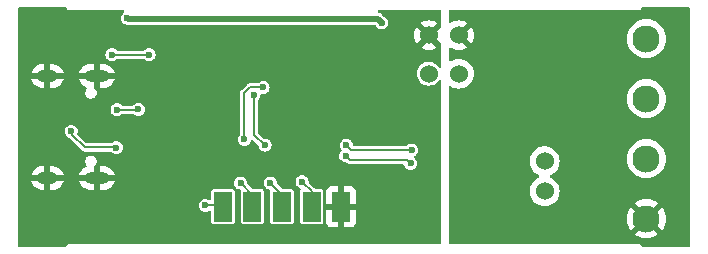
<source format=gbr>
%TF.GenerationSoftware,KiCad,Pcbnew,7.0.0-da2b9df05c~171~ubuntu22.04.1*%
%TF.CreationDate,2023-03-05T16:33:24-08:00*%
%TF.ProjectId,UsbCanAdapter,55736243-616e-4416-9461-707465722e6b,rev?*%
%TF.SameCoordinates,Original*%
%TF.FileFunction,Copper,L2,Bot*%
%TF.FilePolarity,Positive*%
%FSLAX46Y46*%
G04 Gerber Fmt 4.6, Leading zero omitted, Abs format (unit mm)*
G04 Created by KiCad (PCBNEW 7.0.0-da2b9df05c~171~ubuntu22.04.1) date 2023-03-05 16:33:24*
%MOMM*%
%LPD*%
G01*
G04 APERTURE LIST*
%TA.AperFunction,SMDPad,CuDef*%
%ADD10R,1.500000X2.500000*%
%TD*%
%TA.AperFunction,ComponentPad*%
%ADD11C,1.524000*%
%TD*%
%TA.AperFunction,ComponentPad*%
%ADD12O,2.100000X1.000000*%
%TD*%
%TA.AperFunction,ComponentPad*%
%ADD13O,1.800000X1.000000*%
%TD*%
%TA.AperFunction,ComponentPad*%
%ADD14C,2.300000*%
%TD*%
%TA.AperFunction,ViaPad*%
%ADD15C,0.600000*%
%TD*%
%TA.AperFunction,Conductor*%
%ADD16C,0.200000*%
%TD*%
%TA.AperFunction,Conductor*%
%ADD17C,0.500000*%
%TD*%
G04 APERTURE END LIST*
D10*
%TO.P,J3,1,Pin_1*%
%TO.N,VCC*%
X177899999Y-82499999D03*
%TO.P,J3,2,Pin_2*%
%TO.N,/NRST*%
X180399999Y-82499999D03*
%TO.P,J3,3,Pin_3*%
%TO.N,/SWDIO*%
X182899999Y-82499999D03*
%TO.P,J3,4,Pin_4*%
%TO.N,/SWCLK*%
X185399999Y-82499999D03*
%TO.P,J3,5,Pin_5*%
%TO.N,GND1*%
X187899999Y-82499999D03*
%TD*%
D11*
%TO.P,JP3,1,A*%
%TO.N,/CANH*%
X205130000Y-78660000D03*
%TO.P,JP3,2,B*%
%TO.N,Net-(JP3-B)*%
X205130000Y-81200000D03*
%TD*%
%TO.P,JP2,1,A*%
%TO.N,GND1*%
X195340000Y-68000000D03*
%TO.P,JP2,2,B*%
%TO.N,GND2*%
X197880000Y-68000000D03*
%TD*%
%TO.P,JP1,1,A*%
%TO.N,Net-(JP1-A)*%
X195330000Y-71240000D03*
%TO.P,JP1,2,B*%
%TO.N,VBUS*%
X197870000Y-71240000D03*
%TD*%
D12*
%TO.P,J2,S1,SHIELD*%
%TO.N,GND1*%
X167214999Y-71439999D03*
D13*
X163034999Y-80079999D03*
D12*
X167214999Y-80079999D03*
D13*
X163034999Y-71439999D03*
%TD*%
D14*
%TO.P,J1,1,Pin_1*%
%TO.N,VBUS*%
X213750000Y-68280000D03*
%TO.P,J1,2,Pin_2*%
%TO.N,/CANH*%
X213750000Y-73360000D03*
%TO.P,J1,3,Pin_3*%
%TO.N,/CANL*%
X213750000Y-78440000D03*
%TO.P,J1,4,Pin_4*%
%TO.N,GND2*%
X213750000Y-83520000D03*
%TD*%
D15*
%TO.N,/SWDIO*%
X181900000Y-80500000D03*
%TO.N,VCC*%
X176400000Y-82400000D03*
%TO.N,/NRST*%
X181300000Y-72400000D03*
X179700000Y-76800000D03*
X179400000Y-80500000D03*
%TO.N,/SWCLK*%
X184600000Y-80400000D03*
%TO.N,GND1*%
X165950000Y-68040000D03*
X171857500Y-82990000D03*
X167550000Y-83040000D03*
%TO.N,GND2*%
X203000000Y-67640000D03*
%TO.N,Net-(J2-CC2)*%
X171650000Y-69640000D03*
X165050000Y-76140000D03*
X168500000Y-69640000D03*
%TO.N,GND1*%
X190150000Y-83190000D03*
X190300000Y-76840000D03*
X190300000Y-75590000D03*
X188950000Y-70190000D03*
X189750000Y-67690000D03*
X180105000Y-68390000D03*
X173700000Y-69840000D03*
X176425000Y-74165000D03*
X176300000Y-81490000D03*
X184700000Y-84800000D03*
X189400000Y-84000000D03*
X187650000Y-76890000D03*
%TO.N,GND2*%
X203000000Y-83190000D03*
X203000000Y-74290000D03*
%TO.N,Net-(JP1-A)*%
X169800000Y-66540000D03*
X191350000Y-66940000D03*
%TO.N,/CAN_RX*%
X193790000Y-78850000D03*
%TO.N,/CAN_TX*%
X193880000Y-77710000D03*
X188340000Y-77300000D03*
%TO.N,/CAN_RX*%
X188300000Y-78200000D03*
%TO.N,GND1*%
X181300000Y-73756250D03*
%TO.N,/BOOT0*%
X181460000Y-77296250D03*
X180500000Y-73090000D03*
%TO.N,GND1*%
X168810000Y-72560000D03*
X168890000Y-78960000D03*
%TO.N,Net-(J2-CC1)*%
X170740000Y-74270000D03*
X168940000Y-74300000D03*
%TO.N,Net-(J2-CC2)*%
X168880000Y-77510000D03*
%TD*%
D16*
%TO.N,/CAN_RX*%
X188300000Y-78200000D02*
X188680000Y-78580000D01*
X188680000Y-78580000D02*
X193490000Y-78580000D01*
X193490000Y-78580000D02*
X193760000Y-78850000D01*
X193760000Y-78850000D02*
X193790000Y-78850000D01*
%TO.N,/CAN_TX*%
X188340000Y-77300000D02*
X188750000Y-77710000D01*
X188750000Y-77710000D02*
X193880000Y-77710000D01*
%TO.N,/SWDIO*%
X181900000Y-80500000D02*
X182900000Y-81500000D01*
X182900000Y-81500000D02*
X182900000Y-82500000D01*
%TO.N,/NRST*%
X179400000Y-80500000D02*
X180400000Y-81500000D01*
X180400000Y-81500000D02*
X180400000Y-82500000D01*
%TO.N,VCC*%
X176400000Y-82400000D02*
X177800000Y-82400000D01*
X177800000Y-82400000D02*
X177900000Y-82500000D01*
%TO.N,GND1*%
X189400000Y-84000000D02*
X189400000Y-82800000D01*
X189400000Y-82800000D02*
X189100000Y-82500000D01*
X189100000Y-82500000D02*
X187900000Y-82500000D01*
%TO.N,/NRST*%
X180200000Y-72400000D02*
X181300000Y-72400000D01*
X180100000Y-72500000D02*
X180200000Y-72400000D01*
X179700000Y-76800000D02*
X179700000Y-72900000D01*
X179700000Y-72900000D02*
X180100000Y-72500000D01*
%TO.N,/SWCLK*%
X184600000Y-80400000D02*
X185400000Y-81200000D01*
X185400000Y-81200000D02*
X185400000Y-82500000D01*
%TO.N,/BOOT0*%
X180520000Y-73110000D02*
X180520000Y-76396250D01*
X180520000Y-76396250D02*
X181420000Y-77296250D01*
X180500000Y-73090000D02*
X180520000Y-73110000D01*
X181420000Y-77296250D02*
X181460000Y-77296250D01*
%TO.N,Net-(J2-CC2)*%
X168500000Y-69640000D02*
X171650000Y-69640000D01*
X165150000Y-76440000D02*
X165150000Y-76240000D01*
X168860000Y-77490000D02*
X167500000Y-77490000D01*
X168880000Y-77510000D02*
X168860000Y-77490000D01*
X165150000Y-76240000D02*
X165050000Y-76140000D01*
X167500000Y-77490000D02*
X166200000Y-77490000D01*
X166200000Y-77490000D02*
X165150000Y-76440000D01*
D17*
%TO.N,Net-(JP1-A)*%
X169800000Y-66540000D02*
X169850000Y-66590000D01*
X169850000Y-66590000D02*
X191000000Y-66590000D01*
X191000000Y-66590000D02*
X191350000Y-66940000D01*
D16*
%TO.N,Net-(J2-CC1)*%
X170710000Y-74300000D02*
X170740000Y-74270000D01*
X168940000Y-74300000D02*
X170710000Y-74300000D01*
%TD*%
%TA.AperFunction,Conductor*%
%TO.N,GND1*%
G36*
X164590727Y-65609439D02*
G01*
X164630956Y-65636320D01*
X164657836Y-65676549D01*
X164661650Y-65685759D01*
X164664034Y-65697740D01*
X164719399Y-65780601D01*
X164802260Y-65835966D01*
X164900000Y-65855408D01*
X164911980Y-65853025D01*
X164912694Y-65852883D01*
X164936885Y-65850500D01*
X169428986Y-65850500D01*
X169488154Y-65865527D01*
X169532981Y-65906965D01*
X169552604Y-65964771D01*
X169542266Y-66024935D01*
X169504473Y-66072876D01*
X169413821Y-66142435D01*
X169413817Y-66142438D01*
X169407379Y-66147379D01*
X169402438Y-66153817D01*
X169402435Y-66153821D01*
X169324085Y-66255928D01*
X169324082Y-66255933D01*
X169319139Y-66262375D01*
X169316029Y-66269883D01*
X169316028Y-66269885D01*
X169266782Y-66388776D01*
X169266780Y-66388781D01*
X169263670Y-66396291D01*
X169262609Y-66404348D01*
X169262608Y-66404353D01*
X169245811Y-66531941D01*
X169244750Y-66540000D01*
X169263670Y-66683709D01*
X169319139Y-66817625D01*
X169324084Y-66824069D01*
X169324085Y-66824071D01*
X169386956Y-66906006D01*
X169407379Y-66932621D01*
X169522375Y-67020861D01*
X169656291Y-67076330D01*
X169800000Y-67095250D01*
X169822208Y-67092325D01*
X169847238Y-67091581D01*
X169886073Y-67094359D01*
X169894739Y-67092473D01*
X169903586Y-67091841D01*
X169903594Y-67091956D01*
X169917144Y-67090500D01*
X190733628Y-67090500D01*
X190781081Y-67099939D01*
X190821309Y-67126818D01*
X190848189Y-67167047D01*
X190869139Y-67217625D01*
X190957379Y-67332621D01*
X191072375Y-67420861D01*
X191206291Y-67476330D01*
X191350000Y-67495250D01*
X191493709Y-67476330D01*
X191627625Y-67420861D01*
X191742621Y-67332621D01*
X191830861Y-67217625D01*
X191886330Y-67083709D01*
X191904120Y-66948581D01*
X194645502Y-66948581D01*
X194651413Y-66957859D01*
X195328457Y-67634903D01*
X195340000Y-67641567D01*
X195351542Y-67634903D01*
X196028582Y-66957862D01*
X196034496Y-66948579D01*
X196027065Y-66940470D01*
X195977848Y-66906008D01*
X195968496Y-66900609D01*
X195778180Y-66811864D01*
X195768056Y-66808178D01*
X195565213Y-66753826D01*
X195554581Y-66751952D01*
X195345395Y-66733651D01*
X195334605Y-66733651D01*
X195125418Y-66751952D01*
X195114786Y-66753826D01*
X194911949Y-66808177D01*
X194901815Y-66811865D01*
X194711498Y-66900612D01*
X194702154Y-66906006D01*
X194652936Y-66940468D01*
X194645502Y-66948581D01*
X191904120Y-66948581D01*
X191905250Y-66940000D01*
X191886330Y-66796291D01*
X191830861Y-66662375D01*
X191742621Y-66547379D01*
X191627625Y-66459139D01*
X191620119Y-66456030D01*
X191620114Y-66456027D01*
X191563911Y-66432748D01*
X191523682Y-66405868D01*
X191401385Y-66283571D01*
X191392835Y-66272961D01*
X191392748Y-66273037D01*
X191386934Y-66266328D01*
X191382143Y-66258872D01*
X191375444Y-66253067D01*
X191375442Y-66253065D01*
X191344615Y-66226354D01*
X191338136Y-66220322D01*
X191331730Y-66213916D01*
X191328593Y-66210779D01*
X191317785Y-66202688D01*
X191310907Y-66197147D01*
X191273373Y-66164623D01*
X191265307Y-66160939D01*
X191257845Y-66156143D01*
X191257907Y-66156046D01*
X191257267Y-66155666D01*
X191257212Y-66155768D01*
X191249431Y-66151519D01*
X191242331Y-66146204D01*
X191234023Y-66143105D01*
X191234021Y-66143104D01*
X191195790Y-66128845D01*
X191187613Y-66125457D01*
X191150527Y-66108520D01*
X191150524Y-66108519D01*
X191142457Y-66104835D01*
X191133676Y-66103572D01*
X191125171Y-66101075D01*
X191125203Y-66100964D01*
X191124479Y-66100779D01*
X191124455Y-66100892D01*
X191115789Y-66099007D01*
X191107483Y-66095909D01*
X191099810Y-66095360D01*
X191046707Y-66069173D01*
X191011672Y-66020586D01*
X191003499Y-65961245D01*
X191024098Y-65904997D01*
X191068661Y-65864968D01*
X191126789Y-65850500D01*
X196276000Y-65850500D01*
X196338000Y-65867113D01*
X196383387Y-65912500D01*
X196400000Y-65974500D01*
X196400000Y-67244948D01*
X196398558Y-67274288D01*
X196367579Y-67325973D01*
X195705095Y-67988457D01*
X195698431Y-67999999D01*
X195705095Y-68011542D01*
X196367579Y-68674025D01*
X196398558Y-68725709D01*
X196400000Y-68755048D01*
X196400000Y-68793516D01*
X196400000Y-70602400D01*
X196384190Y-70662989D01*
X196340790Y-70708127D01*
X196280869Y-70726304D01*
X196219707Y-70712885D01*
X196176387Y-70674392D01*
X196175936Y-70674763D01*
X196049410Y-70520590D01*
X195895237Y-70394064D01*
X195889866Y-70391193D01*
X195889860Y-70391189D01*
X195724714Y-70302917D01*
X195724710Y-70302915D01*
X195719342Y-70300046D01*
X195713514Y-70298278D01*
X195534315Y-70243918D01*
X195534310Y-70243917D01*
X195528485Y-70242150D01*
X195522426Y-70241553D01*
X195522420Y-70241552D01*
X195336061Y-70223198D01*
X195330000Y-70222601D01*
X195323939Y-70223198D01*
X195137579Y-70241552D01*
X195137571Y-70241553D01*
X195131515Y-70242150D01*
X195125691Y-70243916D01*
X195125684Y-70243918D01*
X194946485Y-70298278D01*
X194946481Y-70298279D01*
X194940658Y-70300046D01*
X194935292Y-70302913D01*
X194935285Y-70302917D01*
X194770139Y-70391189D01*
X194770128Y-70391196D01*
X194764763Y-70394064D01*
X194760055Y-70397927D01*
X194760050Y-70397931D01*
X194615296Y-70516727D01*
X194615290Y-70516732D01*
X194610590Y-70520590D01*
X194606732Y-70525290D01*
X194606727Y-70525296D01*
X194487931Y-70670050D01*
X194487927Y-70670055D01*
X194484064Y-70674763D01*
X194481196Y-70680128D01*
X194481189Y-70680139D01*
X194392917Y-70845285D01*
X194392913Y-70845292D01*
X194390046Y-70850658D01*
X194388279Y-70856481D01*
X194388278Y-70856485D01*
X194333918Y-71035684D01*
X194333916Y-71035691D01*
X194332150Y-71041515D01*
X194331553Y-71047571D01*
X194331552Y-71047579D01*
X194314250Y-71223254D01*
X194312601Y-71240000D01*
X194313198Y-71246061D01*
X194331552Y-71432420D01*
X194331553Y-71432426D01*
X194332150Y-71438485D01*
X194333917Y-71444310D01*
X194333918Y-71444315D01*
X194388278Y-71623514D01*
X194390046Y-71629342D01*
X194392915Y-71634710D01*
X194392917Y-71634714D01*
X194481189Y-71799860D01*
X194481193Y-71799866D01*
X194484064Y-71805237D01*
X194487930Y-71809948D01*
X194487931Y-71809949D01*
X194543450Y-71877600D01*
X194610590Y-71959410D01*
X194764763Y-72085936D01*
X194770135Y-72088807D01*
X194770139Y-72088810D01*
X194859586Y-72136620D01*
X194940658Y-72179954D01*
X195131515Y-72237850D01*
X195330000Y-72257399D01*
X195528485Y-72237850D01*
X195719342Y-72179954D01*
X195895237Y-72085936D01*
X196049410Y-71959410D01*
X196175936Y-71805237D01*
X196176387Y-71805607D01*
X196219707Y-71767115D01*
X196280869Y-71753696D01*
X196340790Y-71771873D01*
X196384190Y-71817011D01*
X196400000Y-71877600D01*
X196400000Y-85525500D01*
X196383387Y-85587500D01*
X196338000Y-85632887D01*
X196276000Y-85649500D01*
X164936885Y-85649500D01*
X164912694Y-85647117D01*
X164911980Y-85646975D01*
X164900000Y-85644592D01*
X164888020Y-85646975D01*
X164875326Y-85649500D01*
X164814240Y-85661650D01*
X164814235Y-85661651D01*
X164802260Y-85664034D01*
X164792105Y-85670819D01*
X164792103Y-85670820D01*
X164729551Y-85712615D01*
X164729548Y-85712617D01*
X164719399Y-85719399D01*
X164712617Y-85729548D01*
X164712615Y-85729551D01*
X164670819Y-85792104D01*
X164670817Y-85792107D01*
X164664034Y-85802260D01*
X164661651Y-85814239D01*
X164657836Y-85823451D01*
X164630956Y-85863680D01*
X164590727Y-85890561D01*
X164543274Y-85900000D01*
X160674500Y-85900000D01*
X160612500Y-85883387D01*
X160567113Y-85838000D01*
X160550500Y-85776000D01*
X160550500Y-82400000D01*
X175844750Y-82400000D01*
X175863670Y-82543709D01*
X175919139Y-82677625D01*
X175924084Y-82684069D01*
X175924085Y-82684071D01*
X175975058Y-82750500D01*
X176007379Y-82792621D01*
X176122375Y-82880861D01*
X176256291Y-82936330D01*
X176400000Y-82955250D01*
X176543709Y-82936330D01*
X176677625Y-82880861D01*
X176700012Y-82863682D01*
X176763346Y-82838655D01*
X176830344Y-82850846D01*
X176880801Y-82896578D01*
X176899500Y-82962058D01*
X176899500Y-83774674D01*
X176900688Y-83780649D01*
X176900689Y-83780653D01*
X176911650Y-83835759D01*
X176911651Y-83835762D01*
X176914034Y-83847740D01*
X176969399Y-83930601D01*
X177052260Y-83985966D01*
X177125326Y-84000500D01*
X178668579Y-84000500D01*
X178674674Y-84000500D01*
X178747740Y-83985966D01*
X178830601Y-83930601D01*
X178885966Y-83847740D01*
X178900500Y-83774674D01*
X178900500Y-81225326D01*
X178885966Y-81152260D01*
X178830601Y-81069399D01*
X178747740Y-81014034D01*
X178735762Y-81011651D01*
X178735759Y-81011650D01*
X178680653Y-81000689D01*
X178680649Y-81000688D01*
X178674674Y-80999500D01*
X177125326Y-80999500D01*
X177119351Y-81000688D01*
X177119346Y-81000689D01*
X177064240Y-81011650D01*
X177064235Y-81011651D01*
X177052260Y-81014034D01*
X177042105Y-81020819D01*
X177042103Y-81020820D01*
X176979551Y-81062615D01*
X176979548Y-81062617D01*
X176969399Y-81069399D01*
X176962617Y-81079548D01*
X176962615Y-81079551D01*
X176920820Y-81142103D01*
X176920819Y-81142105D01*
X176914034Y-81152260D01*
X176911651Y-81164235D01*
X176911650Y-81164240D01*
X176900689Y-81219346D01*
X176900688Y-81219351D01*
X176899500Y-81225326D01*
X176899500Y-81231421D01*
X176899500Y-81837942D01*
X176880801Y-81903422D01*
X176830344Y-81949154D01*
X176763346Y-81961345D01*
X176700013Y-81936318D01*
X176684071Y-81924085D01*
X176684069Y-81924084D01*
X176677625Y-81919139D01*
X176639680Y-81903422D01*
X176551223Y-81866782D01*
X176551220Y-81866781D01*
X176543709Y-81863670D01*
X176535649Y-81862608D01*
X176535646Y-81862608D01*
X176408059Y-81845811D01*
X176400000Y-81844750D01*
X176391941Y-81845811D01*
X176264353Y-81862608D01*
X176264348Y-81862609D01*
X176256291Y-81863670D01*
X176248781Y-81866780D01*
X176248776Y-81866782D01*
X176129885Y-81916028D01*
X176129883Y-81916029D01*
X176122375Y-81919139D01*
X176115933Y-81924082D01*
X176115928Y-81924085D01*
X176013821Y-82002435D01*
X176013817Y-82002438D01*
X176007379Y-82007379D01*
X176002438Y-82013817D01*
X176002435Y-82013821D01*
X175924085Y-82115928D01*
X175924082Y-82115933D01*
X175919139Y-82122375D01*
X175916029Y-82129883D01*
X175916028Y-82129885D01*
X175866782Y-82248776D01*
X175866780Y-82248781D01*
X175863670Y-82256291D01*
X175862609Y-82264348D01*
X175862608Y-82264353D01*
X175845811Y-82391941D01*
X175844750Y-82400000D01*
X160550500Y-82400000D01*
X160550500Y-80337502D01*
X161664026Y-80337502D01*
X161664114Y-80337840D01*
X161730378Y-80516760D01*
X161735894Y-80528006D01*
X161836819Y-80689926D01*
X161844478Y-80699820D01*
X161975936Y-80838114D01*
X161985427Y-80846262D01*
X162142036Y-80955265D01*
X162152970Y-80961334D01*
X162328318Y-81036581D01*
X162340247Y-81040324D01*
X162527152Y-81078734D01*
X162539598Y-81080000D01*
X162768674Y-81080000D01*
X162781549Y-81076549D01*
X162785000Y-81063674D01*
X163285000Y-81063674D01*
X163288450Y-81076549D01*
X163301326Y-81080000D01*
X163482570Y-81080000D01*
X163488835Y-81079682D01*
X163631084Y-81065216D01*
X163643335Y-81062698D01*
X163825385Y-81005580D01*
X163836889Y-81000644D01*
X164003720Y-80908045D01*
X164013982Y-80900902D01*
X164158754Y-80776620D01*
X164167385Y-80767541D01*
X164284167Y-80616670D01*
X164290792Y-80606042D01*
X164374817Y-80434743D01*
X164379165Y-80423002D01*
X164399686Y-80343746D01*
X164399845Y-80337502D01*
X165694026Y-80337502D01*
X165694114Y-80337840D01*
X165760378Y-80516760D01*
X165765894Y-80528006D01*
X165866819Y-80689926D01*
X165874478Y-80699820D01*
X166005936Y-80838114D01*
X166015427Y-80846262D01*
X166172036Y-80955265D01*
X166182970Y-80961334D01*
X166358318Y-81036581D01*
X166370247Y-81040324D01*
X166557152Y-81078734D01*
X166569598Y-81080000D01*
X166948674Y-81080000D01*
X166961549Y-81076549D01*
X166965000Y-81063674D01*
X167465000Y-81063674D01*
X167468450Y-81076549D01*
X167481326Y-81080000D01*
X167812570Y-81080000D01*
X167818835Y-81079682D01*
X167961084Y-81065216D01*
X167973335Y-81062698D01*
X168155385Y-81005580D01*
X168166889Y-81000644D01*
X168333720Y-80908045D01*
X168343982Y-80900902D01*
X168488754Y-80776620D01*
X168497385Y-80767541D01*
X168614167Y-80616670D01*
X168620792Y-80606042D01*
X168672807Y-80500000D01*
X178844750Y-80500000D01*
X178845811Y-80508059D01*
X178850504Y-80543709D01*
X178863670Y-80643709D01*
X178866781Y-80651220D01*
X178866782Y-80651223D01*
X178904214Y-80741592D01*
X178919139Y-80777625D01*
X179007379Y-80892621D01*
X179122375Y-80980861D01*
X179256291Y-81036330D01*
X179300756Y-81042184D01*
X179301219Y-81042245D01*
X179362649Y-81068478D01*
X179401556Y-81122774D01*
X179406651Y-81189376D01*
X179400689Y-81219346D01*
X179400688Y-81219351D01*
X179399500Y-81225326D01*
X179399500Y-83774674D01*
X179400688Y-83780649D01*
X179400689Y-83780653D01*
X179411650Y-83835759D01*
X179411651Y-83835762D01*
X179414034Y-83847740D01*
X179469399Y-83930601D01*
X179552260Y-83985966D01*
X179625326Y-84000500D01*
X181168579Y-84000500D01*
X181174674Y-84000500D01*
X181247740Y-83985966D01*
X181330601Y-83930601D01*
X181385966Y-83847740D01*
X181400500Y-83774674D01*
X181400500Y-81225326D01*
X181385966Y-81152260D01*
X181330601Y-81069399D01*
X181247740Y-81014034D01*
X181235762Y-81011651D01*
X181235759Y-81011650D01*
X181180653Y-81000689D01*
X181180649Y-81000688D01*
X181174674Y-80999500D01*
X181168579Y-80999500D01*
X180446543Y-80999500D01*
X180399090Y-80990061D01*
X180358862Y-80963181D01*
X179990508Y-80594827D01*
X179963628Y-80554599D01*
X179954261Y-80507509D01*
X179955250Y-80500000D01*
X181344750Y-80500000D01*
X181345811Y-80508059D01*
X181350504Y-80543709D01*
X181363670Y-80643709D01*
X181366781Y-80651220D01*
X181366782Y-80651223D01*
X181404214Y-80741592D01*
X181419139Y-80777625D01*
X181507379Y-80892621D01*
X181622375Y-80980861D01*
X181756291Y-81036330D01*
X181800756Y-81042184D01*
X181801219Y-81042245D01*
X181862649Y-81068478D01*
X181901556Y-81122774D01*
X181906651Y-81189376D01*
X181900689Y-81219346D01*
X181900688Y-81219351D01*
X181899500Y-81225326D01*
X181899500Y-83774674D01*
X181900688Y-83780649D01*
X181900689Y-83780653D01*
X181911650Y-83835759D01*
X181911651Y-83835762D01*
X181914034Y-83847740D01*
X181969399Y-83930601D01*
X182052260Y-83985966D01*
X182125326Y-84000500D01*
X183668579Y-84000500D01*
X183674674Y-84000500D01*
X183747740Y-83985966D01*
X183830601Y-83930601D01*
X183885966Y-83847740D01*
X183900500Y-83774674D01*
X183900500Y-81225326D01*
X183885966Y-81152260D01*
X183830601Y-81069399D01*
X183747740Y-81014034D01*
X183735762Y-81011651D01*
X183735759Y-81011650D01*
X183680653Y-81000689D01*
X183680649Y-81000688D01*
X183674674Y-80999500D01*
X183668579Y-80999500D01*
X182946543Y-80999500D01*
X182899090Y-80990061D01*
X182858862Y-80963181D01*
X182490508Y-80594827D01*
X182463628Y-80554599D01*
X182454261Y-80507509D01*
X182455250Y-80500000D01*
X182442085Y-80400000D01*
X184044750Y-80400000D01*
X184045811Y-80408059D01*
X184061602Y-80528006D01*
X184063670Y-80543709D01*
X184066781Y-80551220D01*
X184066782Y-80551223D01*
X184084843Y-80594827D01*
X184119139Y-80677625D01*
X184124084Y-80684069D01*
X184124085Y-80684071D01*
X184174945Y-80750353D01*
X184207379Y-80792621D01*
X184322375Y-80880861D01*
X184396606Y-80911608D01*
X184441028Y-80942892D01*
X184467811Y-80990170D01*
X184471809Y-81044359D01*
X184452255Y-81095055D01*
X184420820Y-81142101D01*
X184420816Y-81142108D01*
X184414034Y-81152260D01*
X184411651Y-81164235D01*
X184411650Y-81164240D01*
X184400689Y-81219346D01*
X184400688Y-81219351D01*
X184399500Y-81225326D01*
X184399500Y-83774674D01*
X184400688Y-83780649D01*
X184400689Y-83780653D01*
X184411650Y-83835759D01*
X184411651Y-83835762D01*
X184414034Y-83847740D01*
X184469399Y-83930601D01*
X184552260Y-83985966D01*
X184625326Y-84000500D01*
X186168579Y-84000500D01*
X186174674Y-84000500D01*
X186247740Y-83985966D01*
X186330601Y-83930601D01*
X186385966Y-83847740D01*
X186396553Y-83794518D01*
X186650000Y-83794518D01*
X186650353Y-83801114D01*
X186655573Y-83849667D01*
X186659111Y-83864641D01*
X186703547Y-83983777D01*
X186711962Y-83999189D01*
X186787498Y-84100092D01*
X186799907Y-84112501D01*
X186900810Y-84188037D01*
X186916222Y-84196452D01*
X187035358Y-84240888D01*
X187050332Y-84244426D01*
X187098885Y-84249646D01*
X187105482Y-84250000D01*
X187633674Y-84250000D01*
X187646549Y-84246549D01*
X187650000Y-84233674D01*
X188150000Y-84233674D01*
X188153450Y-84246549D01*
X188166326Y-84250000D01*
X188694518Y-84250000D01*
X188701114Y-84249646D01*
X188749667Y-84244426D01*
X188764641Y-84240888D01*
X188883777Y-84196452D01*
X188899189Y-84188037D01*
X189000092Y-84112501D01*
X189012501Y-84100092D01*
X189088037Y-83999189D01*
X189096452Y-83983777D01*
X189140888Y-83864641D01*
X189144426Y-83849667D01*
X189149646Y-83801114D01*
X189150000Y-83794518D01*
X189150000Y-82766326D01*
X189146549Y-82753450D01*
X189133674Y-82750000D01*
X188166326Y-82750000D01*
X188153450Y-82753450D01*
X188150000Y-82766326D01*
X188150000Y-84233674D01*
X187650000Y-84233674D01*
X187650000Y-82766326D01*
X187646549Y-82753450D01*
X187633674Y-82750000D01*
X186666326Y-82750000D01*
X186653450Y-82753450D01*
X186650000Y-82766326D01*
X186650000Y-83794518D01*
X186396553Y-83794518D01*
X186400500Y-83774674D01*
X186400500Y-82233674D01*
X186650000Y-82233674D01*
X186653450Y-82246549D01*
X186666326Y-82250000D01*
X187633674Y-82250000D01*
X187646549Y-82246549D01*
X187650000Y-82233674D01*
X188150000Y-82233674D01*
X188153450Y-82246549D01*
X188166326Y-82250000D01*
X189133674Y-82250000D01*
X189146549Y-82246549D01*
X189150000Y-82233674D01*
X189150000Y-81205482D01*
X189149646Y-81198885D01*
X189144426Y-81150332D01*
X189140888Y-81135358D01*
X189096452Y-81016222D01*
X189088037Y-81000810D01*
X189012501Y-80899907D01*
X189000092Y-80887498D01*
X188899189Y-80811962D01*
X188883777Y-80803547D01*
X188764641Y-80759111D01*
X188749667Y-80755573D01*
X188701114Y-80750353D01*
X188694518Y-80750000D01*
X188166326Y-80750000D01*
X188153450Y-80753450D01*
X188150000Y-80766326D01*
X188150000Y-82233674D01*
X187650000Y-82233674D01*
X187650000Y-80766326D01*
X187646549Y-80753450D01*
X187633674Y-80750000D01*
X187105482Y-80750000D01*
X187098885Y-80750353D01*
X187050332Y-80755573D01*
X187035358Y-80759111D01*
X186916222Y-80803547D01*
X186900810Y-80811962D01*
X186799907Y-80887498D01*
X186787498Y-80899907D01*
X186711962Y-81000810D01*
X186703547Y-81016222D01*
X186659111Y-81135358D01*
X186655573Y-81150332D01*
X186650353Y-81198885D01*
X186650000Y-81205482D01*
X186650000Y-82233674D01*
X186400500Y-82233674D01*
X186400500Y-81225326D01*
X186385966Y-81152260D01*
X186330601Y-81069399D01*
X186247740Y-81014034D01*
X186235762Y-81011651D01*
X186235759Y-81011650D01*
X186180653Y-81000689D01*
X186180649Y-81000688D01*
X186174674Y-80999500D01*
X186168579Y-80999500D01*
X185748093Y-80999500D01*
X185703018Y-80991017D01*
X185664111Y-80966730D01*
X185644613Y-80948781D01*
X185640914Y-80945232D01*
X185190508Y-80494826D01*
X185163628Y-80454598D01*
X185154261Y-80407508D01*
X185155250Y-80400000D01*
X185136330Y-80256291D01*
X185080861Y-80122375D01*
X184992621Y-80007379D01*
X184934275Y-79962608D01*
X184884071Y-79924085D01*
X184884069Y-79924084D01*
X184877625Y-79919139D01*
X184841592Y-79904214D01*
X184751223Y-79866782D01*
X184751220Y-79866781D01*
X184743709Y-79863670D01*
X184735649Y-79862608D01*
X184735646Y-79862608D01*
X184608059Y-79845811D01*
X184600000Y-79844750D01*
X184591941Y-79845811D01*
X184464353Y-79862608D01*
X184464348Y-79862609D01*
X184456291Y-79863670D01*
X184448781Y-79866780D01*
X184448776Y-79866782D01*
X184329885Y-79916028D01*
X184329883Y-79916029D01*
X184322375Y-79919139D01*
X184315933Y-79924082D01*
X184315928Y-79924085D01*
X184213821Y-80002435D01*
X184213817Y-80002438D01*
X184207379Y-80007379D01*
X184202438Y-80013817D01*
X184202435Y-80013821D01*
X184124085Y-80115928D01*
X184124082Y-80115933D01*
X184119139Y-80122375D01*
X184116029Y-80129883D01*
X184116028Y-80129885D01*
X184066782Y-80248776D01*
X184066780Y-80248781D01*
X184063670Y-80256291D01*
X184062609Y-80264348D01*
X184062608Y-80264353D01*
X184049443Y-80364353D01*
X184044750Y-80400000D01*
X182442085Y-80400000D01*
X182436330Y-80356291D01*
X182380861Y-80222375D01*
X182292621Y-80107379D01*
X182177625Y-80019139D01*
X182137297Y-80002435D01*
X182051223Y-79966782D01*
X182051220Y-79966781D01*
X182043709Y-79963670D01*
X182035649Y-79962608D01*
X182035646Y-79962608D01*
X181908059Y-79945811D01*
X181900000Y-79944750D01*
X181891941Y-79945811D01*
X181764353Y-79962608D01*
X181764348Y-79962609D01*
X181756291Y-79963670D01*
X181748781Y-79966780D01*
X181748776Y-79966782D01*
X181629885Y-80016028D01*
X181629883Y-80016029D01*
X181622375Y-80019139D01*
X181615933Y-80024082D01*
X181615928Y-80024085D01*
X181513821Y-80102435D01*
X181513817Y-80102438D01*
X181507379Y-80107379D01*
X181502438Y-80113817D01*
X181502435Y-80113821D01*
X181424085Y-80215928D01*
X181424082Y-80215933D01*
X181419139Y-80222375D01*
X181416029Y-80229883D01*
X181416028Y-80229885D01*
X181366782Y-80348776D01*
X181366780Y-80348781D01*
X181363670Y-80356291D01*
X181362609Y-80364348D01*
X181362608Y-80364353D01*
X181350727Y-80454598D01*
X181344750Y-80500000D01*
X179955250Y-80500000D01*
X179936330Y-80356291D01*
X179880861Y-80222375D01*
X179792621Y-80107379D01*
X179677625Y-80019139D01*
X179637297Y-80002435D01*
X179551223Y-79966782D01*
X179551220Y-79966781D01*
X179543709Y-79963670D01*
X179535649Y-79962608D01*
X179535646Y-79962608D01*
X179408059Y-79945811D01*
X179400000Y-79944750D01*
X179391941Y-79945811D01*
X179264353Y-79962608D01*
X179264348Y-79962609D01*
X179256291Y-79963670D01*
X179248781Y-79966780D01*
X179248776Y-79966782D01*
X179129885Y-80016028D01*
X179129883Y-80016029D01*
X179122375Y-80019139D01*
X179115933Y-80024082D01*
X179115928Y-80024085D01*
X179013821Y-80102435D01*
X179013817Y-80102438D01*
X179007379Y-80107379D01*
X179002438Y-80113817D01*
X179002435Y-80113821D01*
X178924085Y-80215928D01*
X178924082Y-80215933D01*
X178919139Y-80222375D01*
X178916029Y-80229883D01*
X178916028Y-80229885D01*
X178866782Y-80348776D01*
X178866780Y-80348781D01*
X178863670Y-80356291D01*
X178862609Y-80364348D01*
X178862608Y-80364353D01*
X178850727Y-80454598D01*
X178844750Y-80500000D01*
X168672807Y-80500000D01*
X168704817Y-80434743D01*
X168709165Y-80423002D01*
X168729686Y-80343746D01*
X168729971Y-80332535D01*
X168719046Y-80330000D01*
X167481326Y-80330000D01*
X167468450Y-80333450D01*
X167465000Y-80346326D01*
X167465000Y-81063674D01*
X166965000Y-81063674D01*
X166965000Y-80346326D01*
X166961549Y-80333450D01*
X166948674Y-80330000D01*
X165705038Y-80330000D01*
X165694354Y-80332337D01*
X165694026Y-80337502D01*
X164399845Y-80337502D01*
X164399971Y-80332535D01*
X164389046Y-80330000D01*
X163301326Y-80330000D01*
X163288450Y-80333450D01*
X163285000Y-80346326D01*
X163285000Y-81063674D01*
X162785000Y-81063674D01*
X162785000Y-80346326D01*
X162781549Y-80333450D01*
X162768674Y-80330000D01*
X161675038Y-80330000D01*
X161664354Y-80332337D01*
X161664026Y-80337502D01*
X160550500Y-80337502D01*
X160550500Y-79827464D01*
X161670028Y-79827464D01*
X161680954Y-79830000D01*
X162768674Y-79830000D01*
X162781549Y-79826549D01*
X162785000Y-79813674D01*
X163285000Y-79813674D01*
X163288450Y-79826549D01*
X163301326Y-79830000D01*
X164394962Y-79830000D01*
X164405645Y-79827662D01*
X164405658Y-79827464D01*
X165700028Y-79827464D01*
X165710954Y-79830000D01*
X166948674Y-79830000D01*
X166961549Y-79826549D01*
X166965000Y-79813674D01*
X167465000Y-79813674D01*
X167468450Y-79826549D01*
X167481326Y-79830000D01*
X168724962Y-79830000D01*
X168735645Y-79827662D01*
X168735973Y-79822497D01*
X168735885Y-79822159D01*
X168669621Y-79643239D01*
X168664105Y-79631993D01*
X168563180Y-79470073D01*
X168555521Y-79460179D01*
X168424063Y-79321885D01*
X168414572Y-79313737D01*
X168257963Y-79204734D01*
X168247029Y-79198665D01*
X168071681Y-79123418D01*
X168059752Y-79119675D01*
X167872847Y-79081265D01*
X167860402Y-79080000D01*
X167481326Y-79080000D01*
X167468450Y-79083450D01*
X167465000Y-79096326D01*
X167465000Y-79813674D01*
X166965000Y-79813674D01*
X166965000Y-79132413D01*
X166976206Y-79080902D01*
X167007797Y-79038700D01*
X167027088Y-79021984D01*
X167085690Y-78971205D01*
X167161168Y-78853758D01*
X167200500Y-78719804D01*
X167200500Y-78580196D01*
X167161168Y-78446242D01*
X167085690Y-78328795D01*
X166980181Y-78237371D01*
X166898350Y-78200000D01*
X187744750Y-78200000D01*
X187745811Y-78208059D01*
X187750849Y-78246330D01*
X187763670Y-78343709D01*
X187819139Y-78477625D01*
X187907379Y-78592621D01*
X188022375Y-78680861D01*
X188156291Y-78736330D01*
X188300000Y-78755250D01*
X188307508Y-78754261D01*
X188354598Y-78763628D01*
X188394826Y-78790508D01*
X188397362Y-78793044D01*
X188411823Y-78810851D01*
X188412944Y-78812069D01*
X188418563Y-78820669D01*
X188426666Y-78826975D01*
X188426669Y-78826979D01*
X188442131Y-78839013D01*
X188446108Y-78842243D01*
X188449067Y-78844749D01*
X188452693Y-78848375D01*
X188468366Y-78859565D01*
X188472460Y-78862618D01*
X188510874Y-78892517D01*
X188517892Y-78894926D01*
X188523934Y-78899240D01*
X188570593Y-78913131D01*
X188575423Y-78914677D01*
X188621512Y-78930500D01*
X188628935Y-78930500D01*
X188636046Y-78932617D01*
X188684668Y-78930605D01*
X188689792Y-78930500D01*
X193144634Y-78930500D01*
X193192087Y-78939939D01*
X193232316Y-78966819D01*
X193259195Y-79007048D01*
X193309139Y-79127625D01*
X193397379Y-79242621D01*
X193512375Y-79330861D01*
X193646291Y-79386330D01*
X193790000Y-79405250D01*
X193933709Y-79386330D01*
X194067625Y-79330861D01*
X194182621Y-79242621D01*
X194270861Y-79127625D01*
X194326330Y-78993709D01*
X194345250Y-78850000D01*
X194326330Y-78706291D01*
X194270861Y-78572375D01*
X194182621Y-78457379D01*
X194118680Y-78408315D01*
X194079606Y-78357391D01*
X194071229Y-78293752D01*
X194095795Y-78234450D01*
X194143135Y-78198128D01*
X194143080Y-78198033D01*
X194143804Y-78197614D01*
X194146719Y-78195378D01*
X194157625Y-78190861D01*
X194272621Y-78102621D01*
X194360861Y-77987625D01*
X194416330Y-77853709D01*
X194435250Y-77710000D01*
X194416330Y-77566291D01*
X194360861Y-77432375D01*
X194272621Y-77317379D01*
X194255588Y-77304309D01*
X194164071Y-77234085D01*
X194164069Y-77234084D01*
X194157625Y-77229139D01*
X194081395Y-77197564D01*
X194031223Y-77176782D01*
X194031220Y-77176781D01*
X194023709Y-77173670D01*
X194015649Y-77172608D01*
X194015646Y-77172608D01*
X193888059Y-77155811D01*
X193880000Y-77154750D01*
X193871941Y-77155811D01*
X193744353Y-77172608D01*
X193744348Y-77172609D01*
X193736291Y-77173670D01*
X193728781Y-77176780D01*
X193728776Y-77176782D01*
X193609885Y-77226028D01*
X193609883Y-77226029D01*
X193602375Y-77229139D01*
X193595933Y-77234082D01*
X193595928Y-77234085D01*
X193493827Y-77312430D01*
X193493821Y-77312435D01*
X193487379Y-77317379D01*
X193482768Y-77323386D01*
X193442850Y-77350060D01*
X193395396Y-77359500D01*
X189011828Y-77359500D01*
X188954571Y-77345489D01*
X188910253Y-77306623D01*
X188888889Y-77251685D01*
X188887871Y-77243951D01*
X188876330Y-77156291D01*
X188820861Y-77022375D01*
X188732621Y-76907379D01*
X188721291Y-76898685D01*
X188624071Y-76824085D01*
X188624069Y-76824084D01*
X188617625Y-76819139D01*
X188552119Y-76792006D01*
X188491223Y-76766782D01*
X188491220Y-76766781D01*
X188483709Y-76763670D01*
X188475649Y-76762608D01*
X188475646Y-76762608D01*
X188348059Y-76745811D01*
X188340000Y-76744750D01*
X188331941Y-76745811D01*
X188204353Y-76762608D01*
X188204348Y-76762609D01*
X188196291Y-76763670D01*
X188188781Y-76766780D01*
X188188776Y-76766782D01*
X188069885Y-76816028D01*
X188069883Y-76816029D01*
X188062375Y-76819139D01*
X188055933Y-76824082D01*
X188055928Y-76824085D01*
X187953821Y-76902435D01*
X187953817Y-76902438D01*
X187947379Y-76907379D01*
X187942438Y-76913817D01*
X187942435Y-76913821D01*
X187864085Y-77015928D01*
X187864082Y-77015933D01*
X187859139Y-77022375D01*
X187856029Y-77029883D01*
X187856028Y-77029885D01*
X187806782Y-77148776D01*
X187806780Y-77148781D01*
X187803670Y-77156291D01*
X187802609Y-77164348D01*
X187802608Y-77164353D01*
X187794079Y-77229139D01*
X187784750Y-77300000D01*
X187785811Y-77308059D01*
X187802177Y-77432375D01*
X187803670Y-77443709D01*
X187859139Y-77577625D01*
X187864084Y-77584069D01*
X187864085Y-77584071D01*
X187914288Y-77649496D01*
X187938028Y-77703450D01*
X187934173Y-77762270D01*
X187906983Y-77807075D01*
X187907379Y-77807379D01*
X187904611Y-77810985D01*
X187904607Y-77810991D01*
X187902438Y-77813817D01*
X187902435Y-77813821D01*
X187824085Y-77915928D01*
X187824082Y-77915933D01*
X187819139Y-77922375D01*
X187816029Y-77929883D01*
X187816028Y-77929885D01*
X187766782Y-78048776D01*
X187766780Y-78048781D01*
X187763670Y-78056291D01*
X187762609Y-78064348D01*
X187762608Y-78064353D01*
X187749424Y-78164500D01*
X187744750Y-78200000D01*
X166898350Y-78200000D01*
X166853188Y-78179375D01*
X166844412Y-78178113D01*
X166844408Y-78178112D01*
X166754108Y-78165129D01*
X166754097Y-78165128D01*
X166749728Y-78164500D01*
X166680272Y-78164500D01*
X166675903Y-78165128D01*
X166675891Y-78165129D01*
X166585591Y-78178112D01*
X166585585Y-78178113D01*
X166576812Y-78179375D01*
X166568744Y-78183059D01*
X166568742Y-78183060D01*
X166457887Y-78233686D01*
X166457884Y-78233687D01*
X166449819Y-78237371D01*
X166443116Y-78243178D01*
X166443116Y-78243179D01*
X166371244Y-78305457D01*
X166344310Y-78328795D01*
X166339519Y-78336248D01*
X166339517Y-78336252D01*
X166273628Y-78438778D01*
X166273626Y-78438782D01*
X166268832Y-78446242D01*
X166266332Y-78454755D01*
X166266332Y-78454756D01*
X166231999Y-78571683D01*
X166231998Y-78571687D01*
X166229500Y-78580196D01*
X166229500Y-78719804D01*
X166231998Y-78728313D01*
X166231999Y-78728316D01*
X166239596Y-78754189D01*
X166268832Y-78853758D01*
X166273626Y-78861218D01*
X166273630Y-78861226D01*
X166342746Y-78968772D01*
X166361658Y-79021984D01*
X166355010Y-79078065D01*
X166324181Y-79125382D01*
X166280157Y-79151406D01*
X166280387Y-79151942D01*
X166276243Y-79153719D01*
X166275567Y-79154120D01*
X166274615Y-79154418D01*
X166263110Y-79159355D01*
X166096279Y-79251954D01*
X166086017Y-79259097D01*
X165941245Y-79383379D01*
X165932614Y-79392458D01*
X165815832Y-79543329D01*
X165809207Y-79553957D01*
X165725182Y-79725256D01*
X165720834Y-79736997D01*
X165700313Y-79816253D01*
X165700028Y-79827464D01*
X164405658Y-79827464D01*
X164405973Y-79822497D01*
X164405885Y-79822159D01*
X164339621Y-79643239D01*
X164334105Y-79631993D01*
X164233180Y-79470073D01*
X164225521Y-79460179D01*
X164094063Y-79321885D01*
X164084572Y-79313737D01*
X163927963Y-79204734D01*
X163917029Y-79198665D01*
X163741681Y-79123418D01*
X163729752Y-79119675D01*
X163542847Y-79081265D01*
X163530402Y-79080000D01*
X163301326Y-79080000D01*
X163288450Y-79083450D01*
X163285000Y-79096326D01*
X163285000Y-79813674D01*
X162785000Y-79813674D01*
X162785000Y-79096326D01*
X162781549Y-79083450D01*
X162768674Y-79080000D01*
X162587430Y-79080000D01*
X162581164Y-79080317D01*
X162438915Y-79094783D01*
X162426664Y-79097301D01*
X162244614Y-79154419D01*
X162233110Y-79159355D01*
X162066279Y-79251954D01*
X162056017Y-79259097D01*
X161911245Y-79383379D01*
X161902614Y-79392458D01*
X161785832Y-79543329D01*
X161779207Y-79553957D01*
X161695182Y-79725256D01*
X161690834Y-79736997D01*
X161670313Y-79816253D01*
X161670028Y-79827464D01*
X160550500Y-79827464D01*
X160550500Y-76140000D01*
X164494750Y-76140000D01*
X164495811Y-76148059D01*
X164509372Y-76251068D01*
X164513670Y-76283709D01*
X164569139Y-76417625D01*
X164574084Y-76424069D01*
X164574085Y-76424071D01*
X164591518Y-76446790D01*
X164657379Y-76532621D01*
X164663821Y-76537564D01*
X164765930Y-76615916D01*
X164765932Y-76615917D01*
X164772375Y-76620861D01*
X164854907Y-76655046D01*
X164891437Y-76678377D01*
X164905397Y-76691228D01*
X164909095Y-76694777D01*
X165917362Y-77703044D01*
X165931823Y-77720851D01*
X165932944Y-77722069D01*
X165938563Y-77730669D01*
X165962151Y-77749028D01*
X165966109Y-77752243D01*
X165969061Y-77754743D01*
X165972693Y-77758375D01*
X165988349Y-77769552D01*
X165992437Y-77772600D01*
X166030874Y-77802517D01*
X166037895Y-77804927D01*
X166043934Y-77809239D01*
X166090626Y-77823139D01*
X166095438Y-77824681D01*
X166141512Y-77840500D01*
X166148935Y-77840500D01*
X166156046Y-77842617D01*
X166204668Y-77840605D01*
X166209792Y-77840500D01*
X167441512Y-77840500D01*
X167529040Y-77840500D01*
X168378562Y-77840500D01*
X168433406Y-77853288D01*
X168476938Y-77889014D01*
X168487379Y-77902621D01*
X168602375Y-77990861D01*
X168736291Y-78046330D01*
X168880000Y-78065250D01*
X169023709Y-78046330D01*
X169157625Y-77990861D01*
X169272621Y-77902621D01*
X169360861Y-77787625D01*
X169416330Y-77653709D01*
X169435250Y-77510000D01*
X169416330Y-77366291D01*
X169360861Y-77232375D01*
X169272621Y-77117379D01*
X169254118Y-77103181D01*
X169164071Y-77034085D01*
X169164069Y-77034084D01*
X169157625Y-77029139D01*
X169116677Y-77012178D01*
X169031223Y-76976782D01*
X169031220Y-76976781D01*
X169023709Y-76973670D01*
X169015649Y-76972608D01*
X169015646Y-76972608D01*
X168888059Y-76955811D01*
X168880000Y-76954750D01*
X168871941Y-76955811D01*
X168744353Y-76972608D01*
X168744348Y-76972609D01*
X168736291Y-76973670D01*
X168728781Y-76976780D01*
X168728776Y-76976782D01*
X168609885Y-77026028D01*
X168609883Y-77026029D01*
X168602375Y-77029139D01*
X168595936Y-77034079D01*
X168595927Y-77034085D01*
X168491944Y-77113876D01*
X168456316Y-77132919D01*
X168416457Y-77139500D01*
X167558488Y-77139500D01*
X166396544Y-77139500D01*
X166349091Y-77130061D01*
X166308863Y-77103181D01*
X166005682Y-76800000D01*
X179144750Y-76800000D01*
X179145811Y-76808059D01*
X179157465Y-76896583D01*
X179163670Y-76943709D01*
X179166781Y-76951220D01*
X179166782Y-76951223D01*
X179175640Y-76972608D01*
X179219139Y-77077625D01*
X179224084Y-77084069D01*
X179224085Y-77084071D01*
X179285688Y-77164353D01*
X179307379Y-77192621D01*
X179422375Y-77280861D01*
X179556291Y-77336330D01*
X179700000Y-77355250D01*
X179843709Y-77336330D01*
X179977625Y-77280861D01*
X180092621Y-77192621D01*
X180180861Y-77077625D01*
X180236330Y-76943709D01*
X180242534Y-76896581D01*
X180269619Y-76834103D01*
X180325614Y-76795348D01*
X180393630Y-76792006D01*
X180453154Y-76825086D01*
X180872019Y-77243951D01*
X180895550Y-77276788D01*
X180907277Y-77315446D01*
X180921822Y-77425928D01*
X180923670Y-77439959D01*
X180926781Y-77447470D01*
X180926782Y-77447473D01*
X180956020Y-77518059D01*
X180979139Y-77573875D01*
X180984084Y-77580319D01*
X180984085Y-77580321D01*
X181034211Y-77645646D01*
X181067379Y-77688871D01*
X181182375Y-77777111D01*
X181316291Y-77832580D01*
X181460000Y-77851500D01*
X181603709Y-77832580D01*
X181737625Y-77777111D01*
X181852621Y-77688871D01*
X181940861Y-77573875D01*
X181996330Y-77439959D01*
X182015250Y-77296250D01*
X181996330Y-77152541D01*
X181940861Y-77018625D01*
X181852621Y-76903629D01*
X181843439Y-76896583D01*
X181744071Y-76820335D01*
X181744069Y-76820334D01*
X181737625Y-76815389D01*
X181620276Y-76766782D01*
X181611223Y-76763032D01*
X181611220Y-76763031D01*
X181603709Y-76759920D01*
X181595649Y-76758858D01*
X181595646Y-76758858D01*
X181468059Y-76742061D01*
X181460000Y-76741000D01*
X181441503Y-76743434D01*
X181432637Y-76744602D01*
X181376596Y-76739081D01*
X181328775Y-76709343D01*
X180906819Y-76287387D01*
X180879939Y-76247159D01*
X180870500Y-76199706D01*
X180870500Y-73553543D01*
X180877081Y-73513684D01*
X180896124Y-73478056D01*
X180975914Y-73374072D01*
X180975913Y-73374072D01*
X180980861Y-73367625D01*
X181036330Y-73233709D01*
X181055250Y-73090000D01*
X181053972Y-73080299D01*
X181054189Y-73078106D01*
X181054189Y-73073814D01*
X181054612Y-73073814D01*
X181059493Y-73024255D01*
X181089231Y-72976432D01*
X181137054Y-72946694D01*
X181193094Y-72941175D01*
X181300000Y-72955250D01*
X181443709Y-72936330D01*
X181577625Y-72880861D01*
X181692621Y-72792621D01*
X181780861Y-72677625D01*
X181836330Y-72543709D01*
X181855250Y-72400000D01*
X181836330Y-72256291D01*
X181780861Y-72122375D01*
X181692621Y-72007379D01*
X181686171Y-72002430D01*
X181584071Y-71924085D01*
X181584069Y-71924084D01*
X181577625Y-71919139D01*
X181541592Y-71904214D01*
X181451223Y-71866782D01*
X181451220Y-71866781D01*
X181443709Y-71863670D01*
X181435649Y-71862608D01*
X181435646Y-71862608D01*
X181308059Y-71845811D01*
X181300000Y-71844750D01*
X181291941Y-71845811D01*
X181164353Y-71862608D01*
X181164348Y-71862609D01*
X181156291Y-71863670D01*
X181148781Y-71866780D01*
X181148776Y-71866782D01*
X181029885Y-71916028D01*
X181029883Y-71916029D01*
X181022375Y-71919139D01*
X181015933Y-71924082D01*
X181015928Y-71924085D01*
X180913827Y-72002430D01*
X180913821Y-72002435D01*
X180907379Y-72007379D01*
X180902768Y-72013386D01*
X180862850Y-72040060D01*
X180815396Y-72049500D01*
X180249207Y-72049500D01*
X180226405Y-72047135D01*
X180224738Y-72047066D01*
X180214685Y-72044958D01*
X180204494Y-72046228D01*
X180204489Y-72046228D01*
X180185063Y-72048650D01*
X180179968Y-72049178D01*
X180176082Y-72049500D01*
X180170960Y-72049500D01*
X180165904Y-72050343D01*
X180165898Y-72050344D01*
X180151983Y-72052665D01*
X180146925Y-72053402D01*
X180108801Y-72058155D01*
X180108794Y-72058157D01*
X180098607Y-72059427D01*
X180091939Y-72062686D01*
X180084619Y-72063908D01*
X180075587Y-72068795D01*
X180075583Y-72068797D01*
X180041813Y-72087072D01*
X180037260Y-72089416D01*
X180002744Y-72106290D01*
X180002740Y-72106292D01*
X179993516Y-72110802D01*
X179988267Y-72116050D01*
X179981742Y-72119582D01*
X179974785Y-72127138D01*
X179974785Y-72127139D01*
X179948780Y-72155387D01*
X179945235Y-72159081D01*
X179893517Y-72210800D01*
X179893513Y-72210804D01*
X179486956Y-72617360D01*
X179469150Y-72631821D01*
X179467927Y-72632945D01*
X179459331Y-72638563D01*
X179453023Y-72646667D01*
X179453020Y-72646670D01*
X179441003Y-72662109D01*
X179437785Y-72666072D01*
X179435240Y-72669076D01*
X179431625Y-72672693D01*
X179428650Y-72676858D01*
X179428647Y-72676863D01*
X179420440Y-72688358D01*
X179417378Y-72692464D01*
X179393790Y-72722769D01*
X179393787Y-72722774D01*
X179387483Y-72730874D01*
X179385073Y-72737892D01*
X179380760Y-72743934D01*
X179377831Y-72753769D01*
X179377830Y-72753773D01*
X179366871Y-72790582D01*
X179365309Y-72795457D01*
X179352836Y-72831790D01*
X179352834Y-72831798D01*
X179349500Y-72841512D01*
X179349500Y-72848935D01*
X179347383Y-72856046D01*
X179347807Y-72866309D01*
X179347807Y-72866314D01*
X179349394Y-72904668D01*
X179349500Y-72909792D01*
X179349500Y-76315396D01*
X179340060Y-76362850D01*
X179313386Y-76402768D01*
X179307379Y-76407379D01*
X179302435Y-76413821D01*
X179302430Y-76413827D01*
X179224085Y-76515928D01*
X179224082Y-76515933D01*
X179219139Y-76522375D01*
X179216029Y-76529883D01*
X179216028Y-76529885D01*
X179166782Y-76648776D01*
X179166780Y-76648781D01*
X179163670Y-76656291D01*
X179162609Y-76664348D01*
X179162608Y-76664353D01*
X179150027Y-76759920D01*
X179144750Y-76800000D01*
X166005682Y-76800000D01*
X165615601Y-76409919D01*
X165583507Y-76354331D01*
X165583507Y-76290524D01*
X165586330Y-76283709D01*
X165605250Y-76140000D01*
X165586330Y-75996291D01*
X165530861Y-75862375D01*
X165442621Y-75747379D01*
X165327625Y-75659139D01*
X165291592Y-75644214D01*
X165201223Y-75606782D01*
X165201220Y-75606781D01*
X165193709Y-75603670D01*
X165185649Y-75602608D01*
X165185646Y-75602608D01*
X165058059Y-75585811D01*
X165050000Y-75584750D01*
X165041941Y-75585811D01*
X164914353Y-75602608D01*
X164914348Y-75602609D01*
X164906291Y-75603670D01*
X164898781Y-75606780D01*
X164898776Y-75606782D01*
X164779885Y-75656028D01*
X164779883Y-75656029D01*
X164772375Y-75659139D01*
X164765933Y-75664082D01*
X164765928Y-75664085D01*
X164663821Y-75742435D01*
X164663817Y-75742438D01*
X164657379Y-75747379D01*
X164652438Y-75753817D01*
X164652435Y-75753821D01*
X164574085Y-75855928D01*
X164574082Y-75855933D01*
X164569139Y-75862375D01*
X164566029Y-75869883D01*
X164566028Y-75869885D01*
X164516782Y-75988776D01*
X164516780Y-75988781D01*
X164513670Y-75996291D01*
X164512609Y-76004348D01*
X164512608Y-76004353D01*
X164495811Y-76131941D01*
X164494750Y-76140000D01*
X160550500Y-76140000D01*
X160550500Y-74300000D01*
X168384750Y-74300000D01*
X168385811Y-74308059D01*
X168400709Y-74421223D01*
X168403670Y-74443709D01*
X168459139Y-74577625D01*
X168547379Y-74692621D01*
X168662375Y-74780861D01*
X168796291Y-74836330D01*
X168940000Y-74855250D01*
X169083709Y-74836330D01*
X169217625Y-74780861D01*
X169332621Y-74692621D01*
X169337231Y-74686613D01*
X169377150Y-74659940D01*
X169424604Y-74650500D01*
X170289489Y-74650500D01*
X170329348Y-74657081D01*
X170364975Y-74676124D01*
X170455923Y-74745911D01*
X170455927Y-74745913D01*
X170462375Y-74750861D01*
X170596291Y-74806330D01*
X170740000Y-74825250D01*
X170883709Y-74806330D01*
X171017625Y-74750861D01*
X171132621Y-74662621D01*
X171220861Y-74547625D01*
X171276330Y-74413709D01*
X171295250Y-74270000D01*
X171276330Y-74126291D01*
X171220861Y-73992375D01*
X171132621Y-73877379D01*
X171017625Y-73789139D01*
X170963650Y-73766782D01*
X170891223Y-73736782D01*
X170891220Y-73736781D01*
X170883709Y-73733670D01*
X170875649Y-73732608D01*
X170875646Y-73732608D01*
X170748059Y-73715811D01*
X170740000Y-73714750D01*
X170731941Y-73715811D01*
X170604353Y-73732608D01*
X170604348Y-73732609D01*
X170596291Y-73733670D01*
X170588781Y-73736780D01*
X170588776Y-73736782D01*
X170469885Y-73786028D01*
X170469883Y-73786029D01*
X170462375Y-73789139D01*
X170455933Y-73794082D01*
X170455928Y-73794085D01*
X170353822Y-73872434D01*
X170353817Y-73872438D01*
X170347379Y-73877379D01*
X170342435Y-73883821D01*
X170342434Y-73883823D01*
X170329265Y-73900986D01*
X170285733Y-73936712D01*
X170230889Y-73949500D01*
X169424604Y-73949500D01*
X169377150Y-73940060D01*
X169337231Y-73913386D01*
X169332621Y-73907379D01*
X169326174Y-73902432D01*
X169326172Y-73902430D01*
X169224071Y-73824085D01*
X169224069Y-73824084D01*
X169217625Y-73819139D01*
X169181592Y-73804214D01*
X169091223Y-73766782D01*
X169091220Y-73766781D01*
X169083709Y-73763670D01*
X169075649Y-73762608D01*
X169075646Y-73762608D01*
X168948059Y-73745811D01*
X168940000Y-73744750D01*
X168931941Y-73745811D01*
X168804353Y-73762608D01*
X168804348Y-73762609D01*
X168796291Y-73763670D01*
X168788781Y-73766780D01*
X168788776Y-73766782D01*
X168669885Y-73816028D01*
X168669883Y-73816029D01*
X168662375Y-73819139D01*
X168655933Y-73824082D01*
X168655928Y-73824085D01*
X168553821Y-73902435D01*
X168553817Y-73902438D01*
X168547379Y-73907379D01*
X168542438Y-73913817D01*
X168542435Y-73913821D01*
X168464085Y-74015928D01*
X168464082Y-74015933D01*
X168459139Y-74022375D01*
X168456029Y-74029883D01*
X168456028Y-74029885D01*
X168406782Y-74148776D01*
X168406780Y-74148781D01*
X168403670Y-74156291D01*
X168402609Y-74164348D01*
X168402608Y-74164353D01*
X168389761Y-74261941D01*
X168384750Y-74300000D01*
X160550500Y-74300000D01*
X160550500Y-71697502D01*
X161664026Y-71697502D01*
X161664114Y-71697840D01*
X161730378Y-71876760D01*
X161735894Y-71888006D01*
X161836819Y-72049926D01*
X161844478Y-72059820D01*
X161975936Y-72198114D01*
X161985427Y-72206262D01*
X162142036Y-72315265D01*
X162152970Y-72321334D01*
X162328318Y-72396581D01*
X162340247Y-72400324D01*
X162527152Y-72438734D01*
X162539598Y-72440000D01*
X162768674Y-72440000D01*
X162781549Y-72436549D01*
X162785000Y-72423674D01*
X163285000Y-72423674D01*
X163288450Y-72436549D01*
X163301326Y-72440000D01*
X163482570Y-72440000D01*
X163488835Y-72439682D01*
X163631084Y-72425216D01*
X163643335Y-72422698D01*
X163825385Y-72365580D01*
X163836889Y-72360644D01*
X164003720Y-72268045D01*
X164013982Y-72260902D01*
X164158754Y-72136620D01*
X164167385Y-72127541D01*
X164284167Y-71976670D01*
X164290792Y-71966042D01*
X164374817Y-71794743D01*
X164379165Y-71783002D01*
X164399686Y-71703746D01*
X164399845Y-71697502D01*
X165694026Y-71697502D01*
X165694114Y-71697840D01*
X165760378Y-71876760D01*
X165765894Y-71888006D01*
X165866819Y-72049926D01*
X165874478Y-72059820D01*
X166005936Y-72198114D01*
X166015427Y-72206262D01*
X166172036Y-72315265D01*
X166182973Y-72321336D01*
X166289534Y-72367064D01*
X166335811Y-72401532D01*
X166361478Y-72453213D01*
X166360977Y-72510913D01*
X166342078Y-72547361D01*
X166344310Y-72548795D01*
X166273628Y-72658778D01*
X166273626Y-72658782D01*
X166268832Y-72666242D01*
X166266332Y-72674755D01*
X166266332Y-72674756D01*
X166231999Y-72791683D01*
X166231998Y-72791687D01*
X166229500Y-72800196D01*
X166229500Y-72939804D01*
X166231998Y-72948313D01*
X166231999Y-72948316D01*
X166234035Y-72955250D01*
X166268832Y-73073758D01*
X166344310Y-73191205D01*
X166449819Y-73282629D01*
X166576812Y-73340625D01*
X166680272Y-73355500D01*
X166745302Y-73355500D01*
X166749728Y-73355500D01*
X166853188Y-73340625D01*
X166980181Y-73282629D01*
X167085690Y-73191205D01*
X167161168Y-73073758D01*
X167200500Y-72939804D01*
X167200500Y-72800196D01*
X167161168Y-72666242D01*
X167085690Y-72548795D01*
X167007797Y-72481300D01*
X166976206Y-72439098D01*
X166972851Y-72423674D01*
X167465000Y-72423674D01*
X167468450Y-72436549D01*
X167481326Y-72440000D01*
X167812570Y-72440000D01*
X167818835Y-72439682D01*
X167961084Y-72425216D01*
X167973335Y-72422698D01*
X168155385Y-72365580D01*
X168166889Y-72360644D01*
X168333720Y-72268045D01*
X168343982Y-72260902D01*
X168488754Y-72136620D01*
X168497385Y-72127541D01*
X168614167Y-71976670D01*
X168620792Y-71966042D01*
X168704817Y-71794743D01*
X168709165Y-71783002D01*
X168729686Y-71703746D01*
X168729971Y-71692535D01*
X168719046Y-71690000D01*
X167481326Y-71690000D01*
X167468450Y-71693450D01*
X167465000Y-71706326D01*
X167465000Y-72423674D01*
X166972851Y-72423674D01*
X166965000Y-72387587D01*
X166965000Y-71706326D01*
X166961549Y-71693450D01*
X166948674Y-71690000D01*
X165705038Y-71690000D01*
X165694354Y-71692337D01*
X165694026Y-71697502D01*
X164399845Y-71697502D01*
X164399971Y-71692535D01*
X164389046Y-71690000D01*
X163301326Y-71690000D01*
X163288450Y-71693450D01*
X163285000Y-71706326D01*
X163285000Y-72423674D01*
X162785000Y-72423674D01*
X162785000Y-71706326D01*
X162781549Y-71693450D01*
X162768674Y-71690000D01*
X161675038Y-71690000D01*
X161664354Y-71692337D01*
X161664026Y-71697502D01*
X160550500Y-71697502D01*
X160550500Y-71187464D01*
X161670028Y-71187464D01*
X161680954Y-71190000D01*
X162768674Y-71190000D01*
X162781549Y-71186549D01*
X162785000Y-71173674D01*
X163285000Y-71173674D01*
X163288450Y-71186549D01*
X163301326Y-71190000D01*
X164394962Y-71190000D01*
X164405645Y-71187662D01*
X164405658Y-71187464D01*
X165700028Y-71187464D01*
X165710954Y-71190000D01*
X166948674Y-71190000D01*
X166961549Y-71186549D01*
X166965000Y-71173674D01*
X167465000Y-71173674D01*
X167468450Y-71186549D01*
X167481326Y-71190000D01*
X168724962Y-71190000D01*
X168735645Y-71187662D01*
X168735973Y-71182497D01*
X168735885Y-71182159D01*
X168669621Y-71003239D01*
X168664105Y-70991993D01*
X168563180Y-70830073D01*
X168555521Y-70820179D01*
X168424063Y-70681885D01*
X168414572Y-70673737D01*
X168257963Y-70564734D01*
X168247029Y-70558665D01*
X168071681Y-70483418D01*
X168059752Y-70479675D01*
X167872847Y-70441265D01*
X167860402Y-70440000D01*
X167481326Y-70440000D01*
X167468450Y-70443450D01*
X167465000Y-70456326D01*
X167465000Y-71173674D01*
X166965000Y-71173674D01*
X166965000Y-70456326D01*
X166961549Y-70443450D01*
X166948674Y-70440000D01*
X166617430Y-70440000D01*
X166611164Y-70440317D01*
X166468915Y-70454783D01*
X166456664Y-70457301D01*
X166274614Y-70514419D01*
X166263110Y-70519355D01*
X166096279Y-70611954D01*
X166086017Y-70619097D01*
X165941245Y-70743379D01*
X165932614Y-70752458D01*
X165815832Y-70903329D01*
X165809207Y-70913957D01*
X165725182Y-71085256D01*
X165720834Y-71096997D01*
X165700313Y-71176253D01*
X165700028Y-71187464D01*
X164405658Y-71187464D01*
X164405973Y-71182497D01*
X164405885Y-71182159D01*
X164339621Y-71003239D01*
X164334105Y-70991993D01*
X164233180Y-70830073D01*
X164225521Y-70820179D01*
X164094063Y-70681885D01*
X164084572Y-70673737D01*
X163927963Y-70564734D01*
X163917029Y-70558665D01*
X163741681Y-70483418D01*
X163729752Y-70479675D01*
X163542847Y-70441265D01*
X163530402Y-70440000D01*
X163301326Y-70440000D01*
X163288450Y-70443450D01*
X163285000Y-70456326D01*
X163285000Y-71173674D01*
X162785000Y-71173674D01*
X162785000Y-70456326D01*
X162781549Y-70443450D01*
X162768674Y-70440000D01*
X162587430Y-70440000D01*
X162581164Y-70440317D01*
X162438915Y-70454783D01*
X162426664Y-70457301D01*
X162244614Y-70514419D01*
X162233110Y-70519355D01*
X162066279Y-70611954D01*
X162056017Y-70619097D01*
X161911245Y-70743379D01*
X161902614Y-70752458D01*
X161785832Y-70903329D01*
X161779207Y-70913957D01*
X161695182Y-71085256D01*
X161690834Y-71096997D01*
X161670313Y-71176253D01*
X161670028Y-71187464D01*
X160550500Y-71187464D01*
X160550500Y-69640000D01*
X167944750Y-69640000D01*
X167963670Y-69783709D01*
X168019139Y-69917625D01*
X168107379Y-70032621D01*
X168222375Y-70120861D01*
X168356291Y-70176330D01*
X168500000Y-70195250D01*
X168643709Y-70176330D01*
X168777625Y-70120861D01*
X168892621Y-70032621D01*
X168897231Y-70026613D01*
X168937150Y-69999940D01*
X168984604Y-69990500D01*
X171165396Y-69990500D01*
X171212850Y-69999940D01*
X171252768Y-70026613D01*
X171257379Y-70032621D01*
X171372375Y-70120861D01*
X171506291Y-70176330D01*
X171650000Y-70195250D01*
X171793709Y-70176330D01*
X171927625Y-70120861D01*
X172042621Y-70032621D01*
X172130861Y-69917625D01*
X172186330Y-69783709D01*
X172205250Y-69640000D01*
X172186330Y-69496291D01*
X172130861Y-69362375D01*
X172042621Y-69247379D01*
X171927625Y-69159139D01*
X171891592Y-69144214D01*
X171801223Y-69106782D01*
X171801220Y-69106781D01*
X171793709Y-69103670D01*
X171785649Y-69102608D01*
X171785646Y-69102608D01*
X171658059Y-69085811D01*
X171650000Y-69084750D01*
X171641941Y-69085811D01*
X171514353Y-69102608D01*
X171514348Y-69102609D01*
X171506291Y-69103670D01*
X171498781Y-69106780D01*
X171498776Y-69106782D01*
X171379885Y-69156028D01*
X171379883Y-69156029D01*
X171372375Y-69159139D01*
X171365933Y-69164082D01*
X171365928Y-69164085D01*
X171263827Y-69242430D01*
X171263821Y-69242435D01*
X171257379Y-69247379D01*
X171252768Y-69253386D01*
X171212850Y-69280060D01*
X171165396Y-69289500D01*
X168984604Y-69289500D01*
X168937150Y-69280060D01*
X168897231Y-69253386D01*
X168892621Y-69247379D01*
X168886174Y-69242432D01*
X168886172Y-69242430D01*
X168784071Y-69164085D01*
X168784069Y-69164084D01*
X168777625Y-69159139D01*
X168741592Y-69144214D01*
X168651223Y-69106782D01*
X168651220Y-69106781D01*
X168643709Y-69103670D01*
X168635649Y-69102608D01*
X168635646Y-69102608D01*
X168508059Y-69085811D01*
X168500000Y-69084750D01*
X168491941Y-69085811D01*
X168364353Y-69102608D01*
X168364348Y-69102609D01*
X168356291Y-69103670D01*
X168348781Y-69106780D01*
X168348776Y-69106782D01*
X168229885Y-69156028D01*
X168229883Y-69156029D01*
X168222375Y-69159139D01*
X168215933Y-69164082D01*
X168215928Y-69164085D01*
X168113821Y-69242435D01*
X168113817Y-69242438D01*
X168107379Y-69247379D01*
X168102438Y-69253817D01*
X168102435Y-69253821D01*
X168024085Y-69355928D01*
X168024082Y-69355933D01*
X168019139Y-69362375D01*
X168016029Y-69369883D01*
X168016028Y-69369885D01*
X167966782Y-69488776D01*
X167966780Y-69488781D01*
X167963670Y-69496291D01*
X167962609Y-69504348D01*
X167962608Y-69504353D01*
X167945811Y-69631941D01*
X167944750Y-69640000D01*
X160550500Y-69640000D01*
X160550500Y-69051418D01*
X194645503Y-69051418D01*
X194652936Y-69059530D01*
X194702151Y-69093991D01*
X194711499Y-69099388D01*
X194901819Y-69188135D01*
X194911943Y-69191821D01*
X195114786Y-69246173D01*
X195125418Y-69248047D01*
X195334605Y-69266349D01*
X195345395Y-69266349D01*
X195554581Y-69248047D01*
X195565213Y-69246173D01*
X195768056Y-69191821D01*
X195778180Y-69188135D01*
X195968494Y-69099391D01*
X195977851Y-69093989D01*
X196027064Y-69059528D01*
X196034496Y-69051419D01*
X196028582Y-69042136D01*
X195351542Y-68365095D01*
X195340000Y-68358431D01*
X195328457Y-68365095D01*
X194651416Y-69042136D01*
X194645503Y-69051418D01*
X160550500Y-69051418D01*
X160550500Y-68005395D01*
X194073651Y-68005395D01*
X194091952Y-68214581D01*
X194093826Y-68225213D01*
X194148178Y-68428056D01*
X194151864Y-68438180D01*
X194240609Y-68628496D01*
X194246008Y-68637848D01*
X194280470Y-68687065D01*
X194288579Y-68694496D01*
X194297862Y-68688582D01*
X194974903Y-68011542D01*
X194981567Y-67999999D01*
X194974903Y-67988457D01*
X194297859Y-67311413D01*
X194288581Y-67305502D01*
X194280468Y-67312936D01*
X194246006Y-67362154D01*
X194240612Y-67371498D01*
X194151865Y-67561815D01*
X194148177Y-67571949D01*
X194093826Y-67774786D01*
X194091952Y-67785418D01*
X194073651Y-67994605D01*
X194073651Y-68005395D01*
X160550500Y-68005395D01*
X160550500Y-65724000D01*
X160567113Y-65662000D01*
X160612500Y-65616613D01*
X160674500Y-65600000D01*
X164543274Y-65600000D01*
X164590727Y-65609439D01*
G37*
%TD.AperFunction*%
%TD*%
%TA.AperFunction,Conductor*%
%TO.N,GND2*%
G36*
X217387500Y-65616613D02*
G01*
X217432887Y-65662000D01*
X217449500Y-65724000D01*
X217449500Y-85776000D01*
X217432887Y-85838000D01*
X217387500Y-85883387D01*
X217325500Y-85900000D01*
X213456726Y-85900000D01*
X213409273Y-85890561D01*
X213369044Y-85863680D01*
X213342164Y-85823451D01*
X213338349Y-85814241D01*
X213335966Y-85802260D01*
X213280601Y-85719399D01*
X213197740Y-85664034D01*
X213185762Y-85661651D01*
X213185759Y-85661650D01*
X213124674Y-85649500D01*
X213111980Y-85646975D01*
X213100000Y-85644592D01*
X213088020Y-85646975D01*
X213087306Y-85647117D01*
X213063115Y-85649500D01*
X197124000Y-85649500D01*
X197062000Y-85632887D01*
X197016613Y-85587500D01*
X197000000Y-85525500D01*
X197000000Y-84852984D01*
X212775810Y-84852984D01*
X212781692Y-84861786D01*
X212994440Y-84992158D01*
X213003103Y-84996572D01*
X213234044Y-85092231D01*
X213243281Y-85095233D01*
X213486351Y-85153588D01*
X213495936Y-85155106D01*
X213745146Y-85174720D01*
X213754854Y-85174720D01*
X214004063Y-85155106D01*
X214013648Y-85153588D01*
X214256718Y-85095233D01*
X214265955Y-85092231D01*
X214496896Y-84996572D01*
X214505559Y-84992158D01*
X214718308Y-84861785D01*
X214724189Y-84852984D01*
X214717516Y-84841069D01*
X213761542Y-83885095D01*
X213750000Y-83878431D01*
X213738457Y-83885095D01*
X212782482Y-84841069D01*
X212775810Y-84852984D01*
X197000000Y-84852984D01*
X197000000Y-83524854D01*
X212095280Y-83524854D01*
X212114893Y-83774063D01*
X212116411Y-83783648D01*
X212174766Y-84026718D01*
X212177768Y-84035955D01*
X212273427Y-84266896D01*
X212277841Y-84275559D01*
X212408212Y-84488306D01*
X212417015Y-84494188D01*
X212428929Y-84487516D01*
X213384904Y-83531542D01*
X213391568Y-83519999D01*
X214108431Y-83519999D01*
X214115095Y-83531542D01*
X215071069Y-84487516D01*
X215082984Y-84494189D01*
X215091785Y-84488308D01*
X215222158Y-84275559D01*
X215226572Y-84266896D01*
X215322231Y-84035955D01*
X215325233Y-84026718D01*
X215383588Y-83783648D01*
X215385106Y-83774063D01*
X215404720Y-83524854D01*
X215404720Y-83515146D01*
X215385106Y-83265936D01*
X215383588Y-83256351D01*
X215325233Y-83013281D01*
X215322231Y-83004044D01*
X215226572Y-82773103D01*
X215222158Y-82764440D01*
X215091786Y-82551692D01*
X215082984Y-82545810D01*
X215071069Y-82552482D01*
X214115095Y-83508457D01*
X214108431Y-83519999D01*
X213391568Y-83519999D01*
X213384904Y-83508457D01*
X212428931Y-82552484D01*
X212417015Y-82545811D01*
X212408212Y-82551694D01*
X212277841Y-82764440D01*
X212273427Y-82773103D01*
X212177768Y-83004044D01*
X212174766Y-83013281D01*
X212116411Y-83256351D01*
X212114893Y-83265936D01*
X212095280Y-83515146D01*
X212095280Y-83524854D01*
X197000000Y-83524854D01*
X197000000Y-81200000D01*
X203862677Y-81200000D01*
X203863149Y-81205395D01*
X203881457Y-81414669D01*
X203881458Y-81414676D01*
X203881930Y-81420068D01*
X203883329Y-81425289D01*
X203883331Y-81425300D01*
X203937706Y-81628228D01*
X203937708Y-81628235D01*
X203939106Y-81633450D01*
X204032466Y-81833662D01*
X204035566Y-81838090D01*
X204035570Y-81838096D01*
X204054605Y-81865280D01*
X204159174Y-82014620D01*
X204315380Y-82170826D01*
X204355518Y-82198931D01*
X204491903Y-82294429D01*
X204491906Y-82294430D01*
X204496338Y-82297534D01*
X204696550Y-82390894D01*
X204701770Y-82392292D01*
X204701771Y-82392293D01*
X204904699Y-82446668D01*
X204904701Y-82446668D01*
X204909932Y-82448070D01*
X205130000Y-82467323D01*
X205350068Y-82448070D01*
X205563450Y-82390894D01*
X205763662Y-82297534D01*
X205921500Y-82187015D01*
X212775811Y-82187015D01*
X212782484Y-82198931D01*
X213738457Y-83154904D01*
X213750000Y-83161568D01*
X213761542Y-83154904D01*
X214717516Y-82198929D01*
X214724188Y-82187015D01*
X214718306Y-82178212D01*
X214505559Y-82047841D01*
X214496896Y-82043427D01*
X214265955Y-81947768D01*
X214256718Y-81944766D01*
X214013648Y-81886411D01*
X214004063Y-81884893D01*
X213754854Y-81865280D01*
X213745146Y-81865280D01*
X213495936Y-81884893D01*
X213486351Y-81886411D01*
X213243281Y-81944766D01*
X213234044Y-81947768D01*
X213003103Y-82043427D01*
X212994440Y-82047841D01*
X212781694Y-82178212D01*
X212775811Y-82187015D01*
X205921500Y-82187015D01*
X205944620Y-82170826D01*
X206100826Y-82014620D01*
X206227534Y-81833662D01*
X206320894Y-81633450D01*
X206378070Y-81420068D01*
X206397323Y-81200000D01*
X206378070Y-80979932D01*
X206320894Y-80766550D01*
X206227534Y-80566339D01*
X206100826Y-80385380D01*
X205944620Y-80229174D01*
X205916056Y-80209173D01*
X205768096Y-80105570D01*
X205768090Y-80105566D01*
X205763662Y-80102466D01*
X205758757Y-80100178D01*
X205758754Y-80100177D01*
X205700876Y-80073188D01*
X205634808Y-80042381D01*
X205582634Y-79996625D01*
X205563214Y-79930000D01*
X205582634Y-79863375D01*
X205634808Y-79817618D01*
X205763662Y-79757534D01*
X205944620Y-79630826D01*
X206100826Y-79474620D01*
X206227534Y-79293662D01*
X206320894Y-79093450D01*
X206378070Y-78880068D01*
X206397323Y-78660000D01*
X206378076Y-78440000D01*
X212094396Y-78440000D01*
X212094778Y-78444854D01*
X212111285Y-78654605D01*
X212114779Y-78698994D01*
X212115914Y-78703723D01*
X212115915Y-78703727D01*
X212174289Y-78946873D01*
X212174291Y-78946881D01*
X212175427Y-78951610D01*
X212274846Y-79191628D01*
X212277382Y-79195767D01*
X212277386Y-79195774D01*
X212337372Y-79293662D01*
X212410588Y-79413140D01*
X212579311Y-79610689D01*
X212776860Y-79779412D01*
X212781012Y-79781956D01*
X212781013Y-79781957D01*
X212986811Y-79908070D01*
X212998372Y-79915154D01*
X213238390Y-80014573D01*
X213491006Y-80075221D01*
X213750000Y-80095604D01*
X214008994Y-80075221D01*
X214261610Y-80014573D01*
X214501628Y-79915154D01*
X214723140Y-79779412D01*
X214920689Y-79610689D01*
X215089412Y-79413140D01*
X215225154Y-79191628D01*
X215324573Y-78951610D01*
X215385221Y-78698994D01*
X215405604Y-78440000D01*
X215385221Y-78181006D01*
X215324573Y-77928390D01*
X215225154Y-77688372D01*
X215146596Y-77560177D01*
X215091957Y-77471013D01*
X215091956Y-77471012D01*
X215089412Y-77466860D01*
X214920689Y-77269311D01*
X214723140Y-77100588D01*
X214718989Y-77098044D01*
X214718986Y-77098042D01*
X214505774Y-76967386D01*
X214505767Y-76967382D01*
X214501628Y-76964846D01*
X214497133Y-76962984D01*
X214497131Y-76962983D01*
X214266110Y-76867291D01*
X214261610Y-76865427D01*
X214256881Y-76864291D01*
X214256873Y-76864289D01*
X214013727Y-76805915D01*
X214013723Y-76805914D01*
X214008994Y-76804779D01*
X214004143Y-76804397D01*
X214004142Y-76804397D01*
X213754854Y-76784778D01*
X213750000Y-76784396D01*
X213745146Y-76784778D01*
X213495857Y-76804397D01*
X213495854Y-76804397D01*
X213491006Y-76804779D01*
X213486278Y-76805913D01*
X213486272Y-76805915D01*
X213243126Y-76864289D01*
X213243114Y-76864292D01*
X213238390Y-76865427D01*
X213233893Y-76867289D01*
X213233889Y-76867291D01*
X213002868Y-76962983D01*
X213002860Y-76962986D01*
X212998372Y-76964846D01*
X212994237Y-76967379D01*
X212994225Y-76967386D01*
X212781013Y-77098042D01*
X212781003Y-77098048D01*
X212776860Y-77100588D01*
X212773159Y-77103748D01*
X212773152Y-77103754D01*
X212583011Y-77266150D01*
X212583004Y-77266156D01*
X212579311Y-77269311D01*
X212576156Y-77273004D01*
X212576150Y-77273011D01*
X212413754Y-77463152D01*
X212413748Y-77463159D01*
X212410588Y-77466860D01*
X212408048Y-77471003D01*
X212408042Y-77471013D01*
X212277386Y-77684225D01*
X212277379Y-77684237D01*
X212274846Y-77688372D01*
X212272986Y-77692860D01*
X212272983Y-77692868D01*
X212177291Y-77923889D01*
X212175427Y-77928390D01*
X212174292Y-77933114D01*
X212174289Y-77933126D01*
X212115915Y-78176272D01*
X212115913Y-78176278D01*
X212114779Y-78181006D01*
X212114397Y-78185854D01*
X212114397Y-78185857D01*
X212110783Y-78231777D01*
X212094396Y-78440000D01*
X206378076Y-78440000D01*
X206378070Y-78439932D01*
X206320894Y-78226550D01*
X206227534Y-78026339D01*
X206100826Y-77845380D01*
X205944620Y-77689174D01*
X205916056Y-77669173D01*
X205768096Y-77565570D01*
X205768090Y-77565566D01*
X205763662Y-77562466D01*
X205758757Y-77560178D01*
X205758754Y-77560177D01*
X205627972Y-77499193D01*
X205563450Y-77469106D01*
X205558235Y-77467708D01*
X205558228Y-77467706D01*
X205355300Y-77413331D01*
X205355289Y-77413329D01*
X205350068Y-77411930D01*
X205344676Y-77411458D01*
X205344669Y-77411457D01*
X205135395Y-77393149D01*
X205130000Y-77392677D01*
X205124605Y-77393149D01*
X204915330Y-77411457D01*
X204915321Y-77411458D01*
X204909932Y-77411930D01*
X204904711Y-77413328D01*
X204904699Y-77413331D01*
X204701777Y-77467705D01*
X204701772Y-77467706D01*
X204696550Y-77469106D01*
X204691654Y-77471388D01*
X204691643Y-77471393D01*
X204501249Y-77560176D01*
X204501245Y-77560178D01*
X204496339Y-77562466D01*
X204491906Y-77565569D01*
X204491899Y-77565574D01*
X204319815Y-77686068D01*
X204319810Y-77686071D01*
X204315380Y-77689174D01*
X204311556Y-77692997D01*
X204311550Y-77693003D01*
X204163003Y-77841550D01*
X204162997Y-77841556D01*
X204159174Y-77845380D01*
X204156071Y-77849810D01*
X204156068Y-77849815D01*
X204035574Y-78021899D01*
X204035569Y-78021906D01*
X204032466Y-78026339D01*
X204030178Y-78031245D01*
X204030176Y-78031249D01*
X203941393Y-78221643D01*
X203941388Y-78221654D01*
X203939106Y-78226550D01*
X203937706Y-78231772D01*
X203937705Y-78231777D01*
X203883331Y-78434699D01*
X203883328Y-78434711D01*
X203881930Y-78439932D01*
X203881458Y-78445321D01*
X203881457Y-78445330D01*
X203863386Y-78651890D01*
X203862677Y-78660000D01*
X203863149Y-78665395D01*
X203881457Y-78874669D01*
X203881458Y-78874676D01*
X203881930Y-78880068D01*
X203883329Y-78885289D01*
X203883331Y-78885300D01*
X203937706Y-79088228D01*
X203937708Y-79088235D01*
X203939106Y-79093450D01*
X204032466Y-79293662D01*
X204035566Y-79298090D01*
X204035570Y-79298096D01*
X204116125Y-79413140D01*
X204159174Y-79474620D01*
X204315380Y-79630826D01*
X204405859Y-79694180D01*
X204491903Y-79754429D01*
X204491906Y-79754430D01*
X204496338Y-79757534D01*
X204625189Y-79817618D01*
X204677364Y-79863373D01*
X204696784Y-79929998D01*
X204677365Y-79996623D01*
X204625190Y-80042381D01*
X204501245Y-80100178D01*
X204501242Y-80100179D01*
X204496339Y-80102466D01*
X204491906Y-80105569D01*
X204491899Y-80105574D01*
X204319815Y-80226068D01*
X204319810Y-80226071D01*
X204315380Y-80229174D01*
X204311556Y-80232997D01*
X204311550Y-80233003D01*
X204163003Y-80381550D01*
X204162997Y-80381556D01*
X204159174Y-80385380D01*
X204156071Y-80389810D01*
X204156068Y-80389815D01*
X204035574Y-80561899D01*
X204035569Y-80561906D01*
X204032466Y-80566339D01*
X204030178Y-80571245D01*
X204030176Y-80571249D01*
X203941393Y-80761643D01*
X203941388Y-80761654D01*
X203939106Y-80766550D01*
X203937706Y-80771772D01*
X203937705Y-80771777D01*
X203883331Y-80974699D01*
X203883328Y-80974711D01*
X203881930Y-80979932D01*
X203881458Y-80985321D01*
X203881457Y-80985330D01*
X203863386Y-81191890D01*
X203862677Y-81200000D01*
X197000000Y-81200000D01*
X197000000Y-73360000D01*
X212094396Y-73360000D01*
X212114779Y-73618994D01*
X212115914Y-73623723D01*
X212115915Y-73623727D01*
X212174289Y-73866873D01*
X212174291Y-73866881D01*
X212175427Y-73871610D01*
X212274846Y-74111628D01*
X212277382Y-74115767D01*
X212277386Y-74115774D01*
X212408042Y-74328986D01*
X212410588Y-74333140D01*
X212579311Y-74530689D01*
X212776860Y-74699412D01*
X212998372Y-74835154D01*
X213238390Y-74934573D01*
X213491006Y-74995221D01*
X213750000Y-75015604D01*
X214008994Y-74995221D01*
X214261610Y-74934573D01*
X214501628Y-74835154D01*
X214723140Y-74699412D01*
X214920689Y-74530689D01*
X215089412Y-74333140D01*
X215225154Y-74111628D01*
X215324573Y-73871610D01*
X215385221Y-73618994D01*
X215405604Y-73360000D01*
X215385221Y-73101006D01*
X215324573Y-72848390D01*
X215225154Y-72608372D01*
X215163231Y-72507323D01*
X215091957Y-72391013D01*
X215091956Y-72391012D01*
X215089412Y-72386860D01*
X214920689Y-72189311D01*
X214916988Y-72186150D01*
X214726847Y-72023754D01*
X214726846Y-72023753D01*
X214723140Y-72020588D01*
X214718989Y-72018044D01*
X214718986Y-72018042D01*
X214505774Y-71887386D01*
X214505767Y-71887382D01*
X214501628Y-71884846D01*
X214497133Y-71882984D01*
X214497131Y-71882983D01*
X214266110Y-71787291D01*
X214261610Y-71785427D01*
X214256881Y-71784291D01*
X214256873Y-71784289D01*
X214013727Y-71725915D01*
X214013723Y-71725914D01*
X214008994Y-71724779D01*
X214004143Y-71724397D01*
X214004142Y-71724397D01*
X213754854Y-71704778D01*
X213750000Y-71704396D01*
X213745146Y-71704778D01*
X213495857Y-71724397D01*
X213495854Y-71724397D01*
X213491006Y-71724779D01*
X213486278Y-71725913D01*
X213486272Y-71725915D01*
X213243126Y-71784289D01*
X213243114Y-71784292D01*
X213238390Y-71785427D01*
X213233893Y-71787289D01*
X213233889Y-71787291D01*
X213002868Y-71882983D01*
X213002860Y-71882986D01*
X212998372Y-71884846D01*
X212994237Y-71887379D01*
X212994225Y-71887386D01*
X212781013Y-72018042D01*
X212781003Y-72018048D01*
X212776860Y-72020588D01*
X212773159Y-72023748D01*
X212773152Y-72023754D01*
X212583011Y-72186150D01*
X212583004Y-72186156D01*
X212579311Y-72189311D01*
X212576156Y-72193004D01*
X212576150Y-72193011D01*
X212413754Y-72383152D01*
X212413748Y-72383159D01*
X212410588Y-72386860D01*
X212408048Y-72391003D01*
X212408042Y-72391013D01*
X212277386Y-72604225D01*
X212277379Y-72604237D01*
X212274846Y-72608372D01*
X212272986Y-72612860D01*
X212272983Y-72612868D01*
X212177291Y-72843889D01*
X212175427Y-72848390D01*
X212174292Y-72853114D01*
X212174289Y-72853126D01*
X212115915Y-73096272D01*
X212115913Y-73096278D01*
X212114779Y-73101006D01*
X212094396Y-73360000D01*
X197000000Y-73360000D01*
X197000000Y-72410250D01*
X197017991Y-72345922D01*
X197066743Y-72300261D01*
X197132110Y-72286515D01*
X197195123Y-72308675D01*
X197231903Y-72334429D01*
X197231906Y-72334430D01*
X197236338Y-72337534D01*
X197436550Y-72430894D01*
X197441770Y-72432292D01*
X197441771Y-72432293D01*
X197644699Y-72486668D01*
X197644701Y-72486668D01*
X197649932Y-72488070D01*
X197870000Y-72507323D01*
X198090068Y-72488070D01*
X198303450Y-72430894D01*
X198503662Y-72337534D01*
X198684620Y-72210826D01*
X198840826Y-72054620D01*
X198967534Y-71873662D01*
X199060894Y-71673450D01*
X199118070Y-71460068D01*
X199137323Y-71240000D01*
X199118070Y-71019932D01*
X199060894Y-70806550D01*
X198967534Y-70606339D01*
X198840826Y-70425380D01*
X198684620Y-70269174D01*
X198576525Y-70193485D01*
X198508096Y-70145570D01*
X198508090Y-70145566D01*
X198503662Y-70142466D01*
X198498757Y-70140178D01*
X198498754Y-70140177D01*
X198367972Y-70079193D01*
X198303450Y-70049106D01*
X198298235Y-70047708D01*
X198298228Y-70047706D01*
X198095300Y-69993331D01*
X198095289Y-69993329D01*
X198090068Y-69991930D01*
X198084676Y-69991458D01*
X198084669Y-69991457D01*
X197875395Y-69973149D01*
X197870000Y-69972677D01*
X197864605Y-69973149D01*
X197655330Y-69991457D01*
X197655321Y-69991458D01*
X197649932Y-69991930D01*
X197644711Y-69993328D01*
X197644699Y-69993331D01*
X197441777Y-70047705D01*
X197441772Y-70047706D01*
X197436550Y-70049106D01*
X197431654Y-70051388D01*
X197431643Y-70051393D01*
X197241249Y-70140176D01*
X197241245Y-70140178D01*
X197236339Y-70142466D01*
X197231910Y-70145566D01*
X197231905Y-70145570D01*
X197217931Y-70155355D01*
X197195120Y-70171327D01*
X197132110Y-70193485D01*
X197066743Y-70179740D01*
X197017991Y-70134079D01*
X197000000Y-70069751D01*
X197000000Y-69162638D01*
X197017991Y-69098310D01*
X197066743Y-69052649D01*
X197132110Y-69038903D01*
X197195123Y-69061063D01*
X197242145Y-69093988D01*
X197251503Y-69099390D01*
X197441819Y-69188135D01*
X197451943Y-69191821D01*
X197654786Y-69246173D01*
X197665418Y-69248047D01*
X197874605Y-69266349D01*
X197885395Y-69266349D01*
X198094581Y-69248047D01*
X198105213Y-69246173D01*
X198308056Y-69191821D01*
X198318180Y-69188135D01*
X198508494Y-69099391D01*
X198517851Y-69093989D01*
X198567064Y-69059528D01*
X198574496Y-69051419D01*
X198568582Y-69042136D01*
X197614127Y-68087681D01*
X197582033Y-68032093D01*
X197582033Y-67999999D01*
X198238431Y-67999999D01*
X198245095Y-68011542D01*
X198922136Y-68688582D01*
X198931419Y-68694496D01*
X198939528Y-68687064D01*
X198973989Y-68637851D01*
X198979391Y-68628494D01*
X199068135Y-68438180D01*
X199071821Y-68428056D01*
X199111493Y-68280000D01*
X212094396Y-68280000D01*
X212114779Y-68538994D01*
X212115914Y-68543723D01*
X212115915Y-68543727D01*
X212174289Y-68786873D01*
X212174291Y-68786881D01*
X212175427Y-68791610D01*
X212274846Y-69031628D01*
X212277382Y-69035767D01*
X212277386Y-69035774D01*
X212407467Y-69248047D01*
X212410588Y-69253140D01*
X212413753Y-69256846D01*
X212413754Y-69256847D01*
X212576150Y-69446988D01*
X212579311Y-69450689D01*
X212776860Y-69619412D01*
X212998372Y-69755154D01*
X213238390Y-69854573D01*
X213491006Y-69915221D01*
X213750000Y-69935604D01*
X214008994Y-69915221D01*
X214261610Y-69854573D01*
X214501628Y-69755154D01*
X214723140Y-69619412D01*
X214920689Y-69450689D01*
X215089412Y-69253140D01*
X215225154Y-69031628D01*
X215324573Y-68791610D01*
X215385221Y-68538994D01*
X215405604Y-68280000D01*
X215385221Y-68021006D01*
X215324573Y-67768390D01*
X215225154Y-67528372D01*
X215089412Y-67306860D01*
X214920689Y-67109311D01*
X214743362Y-66957859D01*
X214726847Y-66943754D01*
X214726846Y-66943753D01*
X214723140Y-66940588D01*
X214718989Y-66938044D01*
X214718986Y-66938042D01*
X214505774Y-66807386D01*
X214505767Y-66807382D01*
X214501628Y-66804846D01*
X214497133Y-66802984D01*
X214497131Y-66802983D01*
X214266110Y-66707291D01*
X214261610Y-66705427D01*
X214256881Y-66704291D01*
X214256873Y-66704289D01*
X214013727Y-66645915D01*
X214013723Y-66645914D01*
X214008994Y-66644779D01*
X214004143Y-66644397D01*
X214004142Y-66644397D01*
X213754854Y-66624778D01*
X213750000Y-66624396D01*
X213745146Y-66624778D01*
X213495857Y-66644397D01*
X213495854Y-66644397D01*
X213491006Y-66644779D01*
X213486278Y-66645913D01*
X213486272Y-66645915D01*
X213243126Y-66704289D01*
X213243114Y-66704292D01*
X213238390Y-66705427D01*
X213233893Y-66707289D01*
X213233889Y-66707291D01*
X213002868Y-66802983D01*
X213002860Y-66802986D01*
X212998372Y-66804846D01*
X212994237Y-66807379D01*
X212994225Y-66807386D01*
X212781013Y-66938042D01*
X212781003Y-66938048D01*
X212776860Y-66940588D01*
X212773159Y-66943748D01*
X212773152Y-66943754D01*
X212583011Y-67106150D01*
X212583004Y-67106156D01*
X212579311Y-67109311D01*
X212576156Y-67113004D01*
X212576150Y-67113011D01*
X212413754Y-67303152D01*
X212413748Y-67303159D01*
X212410588Y-67306860D01*
X212408048Y-67311003D01*
X212408042Y-67311013D01*
X212277386Y-67524225D01*
X212277379Y-67524237D01*
X212274846Y-67528372D01*
X212272986Y-67532860D01*
X212272983Y-67532868D01*
X212177291Y-67763889D01*
X212175427Y-67768390D01*
X212174292Y-67773114D01*
X212174289Y-67773126D01*
X212115915Y-68016272D01*
X212115913Y-68016278D01*
X212114779Y-68021006D01*
X212114397Y-68025854D01*
X212114397Y-68025857D01*
X212098708Y-68225213D01*
X212094396Y-68280000D01*
X199111493Y-68280000D01*
X199126173Y-68225213D01*
X199128047Y-68214581D01*
X199146349Y-68005395D01*
X199146349Y-67994605D01*
X199128047Y-67785418D01*
X199126173Y-67774786D01*
X199071822Y-67571949D01*
X199068134Y-67561815D01*
X198979388Y-67371500D01*
X198973990Y-67362150D01*
X198939529Y-67312935D01*
X198931418Y-67305502D01*
X198922139Y-67311413D01*
X198245095Y-67988457D01*
X198238431Y-67999999D01*
X197582033Y-67999999D01*
X197582033Y-67967906D01*
X197614127Y-67912319D01*
X197880000Y-67646447D01*
X198568585Y-66957859D01*
X198574496Y-66948580D01*
X198567065Y-66940470D01*
X198517848Y-66906008D01*
X198508496Y-66900609D01*
X198318180Y-66811864D01*
X198308056Y-66808178D01*
X198105213Y-66753826D01*
X198094581Y-66751952D01*
X197885395Y-66733651D01*
X197874605Y-66733651D01*
X197665418Y-66751952D01*
X197654786Y-66753826D01*
X197451949Y-66808177D01*
X197441815Y-66811865D01*
X197251500Y-66900611D01*
X197242150Y-66906009D01*
X197195123Y-66938938D01*
X197132109Y-66961098D01*
X197066743Y-66947352D01*
X197017991Y-66901691D01*
X197000000Y-66837363D01*
X197000000Y-65974500D01*
X197016613Y-65912500D01*
X197062000Y-65867113D01*
X197124000Y-65850500D01*
X213063115Y-65850500D01*
X213087306Y-65852883D01*
X213100000Y-65855408D01*
X213197740Y-65835966D01*
X213280601Y-65780601D01*
X213335966Y-65697740D01*
X213338349Y-65685758D01*
X213342164Y-65676549D01*
X213369044Y-65636320D01*
X213409273Y-65609439D01*
X213456726Y-65600000D01*
X217325500Y-65600000D01*
X217387500Y-65616613D01*
G37*
%TD.AperFunction*%
%TD*%
M02*

</source>
